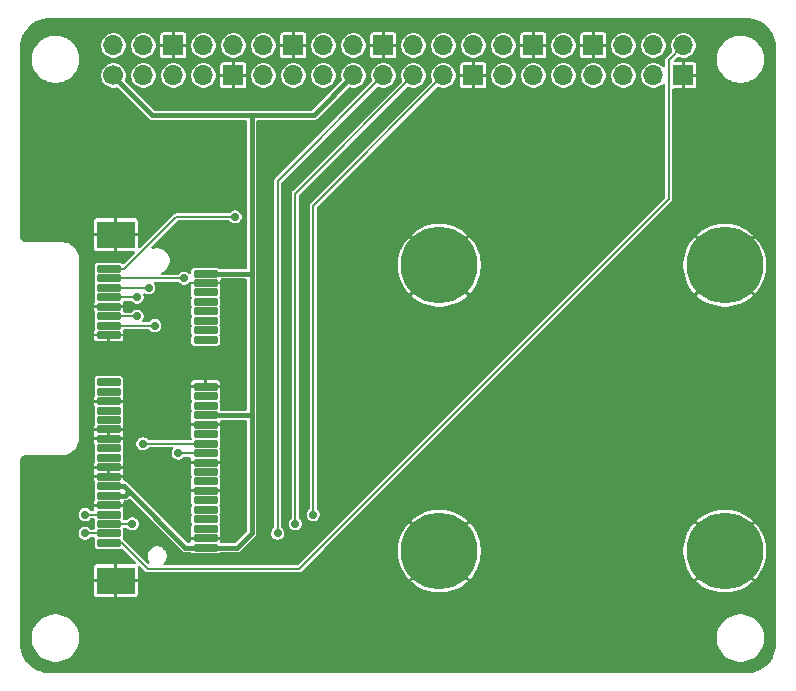
<source format=gbr>
%TF.GenerationSoftware,KiCad,Pcbnew,9.0.3*%
%TF.CreationDate,2025-08-29T17:44:56+02:00*%
%TF.ProjectId,RadioHAT,52616469-6f48-4415-942e-6b696361645f,rev?*%
%TF.SameCoordinates,Original*%
%TF.FileFunction,Copper,L1,Top*%
%TF.FilePolarity,Positive*%
%FSLAX46Y46*%
G04 Gerber Fmt 4.6, Leading zero omitted, Abs format (unit mm)*
G04 Created by KiCad (PCBNEW 9.0.3) date 2025-08-29 17:44:56*
%MOMM*%
%LPD*%
G01*
G04 APERTURE LIST*
G04 Aperture macros list*
%AMRoundRect*
0 Rectangle with rounded corners*
0 $1 Rounding radius*
0 $2 $3 $4 $5 $6 $7 $8 $9 X,Y pos of 4 corners*
0 Add a 4 corners polygon primitive as box body*
4,1,4,$2,$3,$4,$5,$6,$7,$8,$9,$2,$3,0*
0 Add four circle primitives for the rounded corners*
1,1,$1+$1,$2,$3*
1,1,$1+$1,$4,$5*
1,1,$1+$1,$6,$7*
1,1,$1+$1,$8,$9*
0 Add four rect primitives between the rounded corners*
20,1,$1+$1,$2,$3,$4,$5,0*
20,1,$1+$1,$4,$5,$6,$7,0*
20,1,$1+$1,$6,$7,$8,$9,0*
20,1,$1+$1,$8,$9,$2,$3,0*%
G04 Aperture macros list end*
%TA.AperFunction,SMDPad,CuDef*%
%ADD10RoundRect,0.060000X0.940000X0.240000X-0.940000X0.240000X-0.940000X-0.240000X0.940000X-0.240000X0*%
%TD*%
%TA.AperFunction,SMDPad,CuDef*%
%ADD11R,3.200000X2.300000*%
%TD*%
%TA.AperFunction,ComponentPad*%
%ADD12C,6.500000*%
%TD*%
%TA.AperFunction,ComponentPad*%
%ADD13C,1.700000*%
%TD*%
%TA.AperFunction,ComponentPad*%
%ADD14O,1.700000X1.700000*%
%TD*%
%TA.AperFunction,ComponentPad*%
%ADD15R,1.700000X1.700000*%
%TD*%
%TA.AperFunction,ViaPad*%
%ADD16C,0.700000*%
%TD*%
%TA.AperFunction,Conductor*%
%ADD17C,0.200000*%
%TD*%
%TA.AperFunction,Conductor*%
%ADD18C,0.400000*%
%TD*%
G04 APERTURE END LIST*
D10*
%TO.P,J2,1,GPIO0*%
%TO.N,GPIO0*%
X115500000Y-92000000D03*
%TO.P,J2,2,3V3*%
%TO.N,+3.3V*%
X123700000Y-92400000D03*
%TO.P,J2,3,IRQ0*%
%TO.N,IRQ0*%
X115500000Y-92800000D03*
%TO.P,J2,4,GND*%
%TO.N,GND*%
X123700000Y-93200000D03*
%TO.P,J2,5,IRQ1*%
%TO.N,IRQ1*%
X115500000Y-93600000D03*
%TO.P,J2,6*%
%TO.N,N/C*%
X123700000Y-94000000D03*
%TO.P,J2,7,GPIO1*%
%TO.N,GPIO1*%
X115500000Y-94400000D03*
%TO.P,J2,8*%
%TO.N,N/C*%
X123700000Y-94800000D03*
%TO.P,J2,9,GND*%
%TO.N,GND*%
X115500000Y-95200000D03*
%TO.P,J2,10*%
%TO.N,N/C*%
X123700000Y-95600000D03*
%TO.P,J2,11,RST0*%
%TO.N,RST0*%
X115500000Y-96000000D03*
%TO.P,J2,12*%
%TO.N,N/C*%
X123700000Y-96400000D03*
%TO.P,J2,13,RST1*%
%TO.N,RST1*%
X115500000Y-96800000D03*
%TO.P,J2,14*%
%TO.N,N/C*%
X123700000Y-97200000D03*
%TO.P,J2,15,GND*%
%TO.N,GND*%
X115500000Y-97600000D03*
%TO.P,J2,16*%
%TO.N,N/C*%
X123700000Y-98000000D03*
%TO.P,J2,17*%
X115500000Y-101600000D03*
%TO.P,J2,18,GND*%
%TO.N,GND*%
X123700000Y-102000000D03*
%TO.P,J2,19*%
%TO.N,N/C*%
X115500000Y-102400000D03*
%TO.P,J2,20*%
X123700000Y-102800000D03*
%TO.P,J2,21,GND*%
%TO.N,GND*%
X115500000Y-103200000D03*
%TO.P,J2,22*%
%TO.N,N/C*%
X123700000Y-103600000D03*
%TO.P,J2,23*%
X115500000Y-104000000D03*
%TO.P,J2,24,3V3*%
%TO.N,+3.3V*%
X123700000Y-104400000D03*
%TO.P,J2,25*%
%TO.N,N/C*%
X115500000Y-104800000D03*
%TO.P,J2,26,GND*%
%TO.N,GND*%
X123700000Y-105200000D03*
%TO.P,J2,27,GND*%
X115500000Y-105600000D03*
%TO.P,J2,28*%
%TO.N,N/C*%
X123700000Y-106000000D03*
%TO.P,J2,29,GND*%
%TO.N,GND*%
X115500000Y-106400000D03*
%TO.P,J2,30,I2C_SCL*%
%TO.N,SDA*%
X123700000Y-106800000D03*
%TO.P,J2,31,PPS*%
%TO.N,unconnected-(J2-PPS-Pad31)*%
X115500000Y-107200000D03*
%TO.P,J2,32,I2C_SCL*%
%TO.N,SCL*%
X123700000Y-107600000D03*
%TO.P,J2,33*%
%TO.N,N/C*%
X115500000Y-108000000D03*
%TO.P,J2,34,GND*%
%TO.N,GND*%
X123700000Y-108400000D03*
%TO.P,J2,35,GND*%
X115500000Y-108800000D03*
%TO.P,J2,36,USB_D-*%
%TO.N,unconnected-(J2-USB_D--Pad36)*%
X123700000Y-109200000D03*
%TO.P,J2,37,GND*%
%TO.N,GND*%
X115500000Y-109600000D03*
%TO.P,J2,38,USB_D+*%
%TO.N,unconnected-(J2-USB_D+-Pad38)*%
X123700000Y-110000000D03*
%TO.P,J2,39,3V3*%
%TO.N,+3.3V*%
X115500000Y-110400000D03*
%TO.P,J2,40,GND*%
%TO.N,GND*%
X123700000Y-110800000D03*
%TO.P,J2,41,3V3*%
%TO.N,+3.3V*%
X115500000Y-111200000D03*
%TO.P,J2,42,LED0*%
%TO.N,unconnected-(J2-LED0-Pad42)*%
X123700000Y-111600000D03*
%TO.P,J2,43,GND*%
%TO.N,GND*%
X115500000Y-112000000D03*
%TO.P,J2,44,LED1*%
%TO.N,unconnected-(J2-LED1-Pad44)*%
X123700000Y-112400000D03*
%TO.P,J2,45,SPI_SCK*%
%TO.N,SCK*%
X115500000Y-112800000D03*
%TO.P,J2,46,LED2*%
%TO.N,unconnected-(J2-LED2-Pad46)*%
X123700000Y-113200000D03*
%TO.P,J2,47,SPI_MISO*%
%TO.N,MISO*%
X115500000Y-113600000D03*
%TO.P,J2,48*%
%TO.N,N/C*%
X123700000Y-114000000D03*
%TO.P,J2,49,SPI_MOSI*%
%TO.N,MOSI*%
X115500000Y-114400000D03*
%TO.P,J2,50,GND*%
%TO.N,GND*%
X123700000Y-114800000D03*
%TO.P,J2,51,SPI_NSS*%
%TO.N,NSS*%
X115500000Y-115200000D03*
%TO.P,J2,52,3V3*%
%TO.N,+3.3V*%
X123700000Y-115600000D03*
D11*
%TO.P,J2,53,PAD*%
%TO.N,GND*%
X116100000Y-89100000D03*
%TO.P,J2,54,PAD*%
X116100000Y-118400000D03*
D12*
%TO.P,J2,55,MNT_HALF*%
X143500000Y-91700000D03*
%TO.P,J2,56,MNT_HALF*%
X143500000Y-115900000D03*
%TO.P,J2,57,MNT_FULL*%
X167650000Y-91700000D03*
%TO.P,J2,58,MNT_FULL*%
X167650000Y-115900000D03*
%TD*%
D13*
%TO.P,J1,1,3.3V*%
%TO.N,+3.3V*%
X115900000Y-75628000D03*
D14*
%TO.P,J1,2,5V*%
%TO.N,unconnected-(J1-5V-Pad2)*%
X115900000Y-73088000D03*
%TO.P,J1,3,BCM2_SDA*%
%TO.N,SDA*%
X118440000Y-75628000D03*
%TO.P,J1,4,5V*%
%TO.N,unconnected-(J1-5V-Pad4)*%
X118440000Y-73088000D03*
%TO.P,J1,5,BCM3_SCL*%
%TO.N,SCL*%
X120980000Y-75628000D03*
D15*
%TO.P,J1,6,GND*%
%TO.N,GND*%
X120980000Y-73088000D03*
D14*
%TO.P,J1,7,BCM4_GPCLK0*%
%TO.N,unconnected-(J1-BCM4_GPCLK0-Pad7)*%
X123520000Y-75628000D03*
%TO.P,J1,8,BCM14_TXD*%
%TO.N,unconnected-(J1-BCM14_TXD-Pad8)*%
X123520000Y-73088000D03*
D15*
%TO.P,J1,9,GND*%
%TO.N,GND*%
X126060000Y-75628000D03*
D14*
%TO.P,J1,10,BCM15_RXD*%
%TO.N,unconnected-(J1-BCM15_RXD-Pad10)*%
X126060000Y-73088000D03*
%TO.P,J1,11,BCM17*%
%TO.N,unconnected-(J1-BCM17-Pad11)*%
X128600000Y-75628000D03*
%TO.P,J1,12,BCM18_PCM_C*%
%TO.N,RST0*%
X128600000Y-73088000D03*
%TO.P,J1,13,BCM27*%
%TO.N,unconnected-(J1-BCM27-Pad13)*%
X131140000Y-75628000D03*
D15*
%TO.P,J1,14,GND*%
%TO.N,GND*%
X131140000Y-73088000D03*
D14*
%TO.P,J1,15,BCM22*%
%TO.N,unconnected-(J1-BCM22-Pad15)*%
X133680000Y-75628000D03*
%TO.P,J1,16,BCM23*%
%TO.N,GPIO1*%
X133680000Y-73088000D03*
%TO.P,J1,17,3.3V*%
%TO.N,+3.3V*%
X136220000Y-75628000D03*
%TO.P,J1,18,BCM24*%
%TO.N,IRQ1*%
X136220000Y-73088000D03*
%TO.P,J1,19,BCM10_MOSI*%
%TO.N,MOSI*%
X138760000Y-75628000D03*
D15*
%TO.P,J1,20,GND*%
%TO.N,GND*%
X138760000Y-73088000D03*
D14*
%TO.P,J1,21,BCM9_MISO*%
%TO.N,MISO*%
X141300000Y-75628000D03*
%TO.P,J1,22,BCM25*%
%TO.N,RST1*%
X141300000Y-73088000D03*
%TO.P,J1,23,BCM11_SCLK*%
%TO.N,SCK*%
X143840000Y-75628000D03*
%TO.P,J1,24,BCM8_CE0*%
%TO.N,unconnected-(J1-BCM8_CE0-Pad24)*%
X143840000Y-73088000D03*
D15*
%TO.P,J1,25,GND*%
%TO.N,GND*%
X146380000Y-75628000D03*
D14*
%TO.P,J1,26,BCM7_CE1*%
%TO.N,unconnected-(J1-BCM7_CE1-Pad26)*%
X146380000Y-73088000D03*
%TO.P,J1,27,BCM0_ID_SD*%
%TO.N,unconnected-(J1-BCM0_ID_SD-Pad27)*%
X148920000Y-75628000D03*
%TO.P,J1,28,BCM1_ID_SC*%
%TO.N,unconnected-(J1-BCM1_ID_SC-Pad28)*%
X148920000Y-73088000D03*
%TO.P,J1,29,BCM5*%
%TO.N,unconnected-(J1-BCM5-Pad29)*%
X151460000Y-75628000D03*
D15*
%TO.P,J1,30,GND*%
%TO.N,GND*%
X151460000Y-73088000D03*
D14*
%TO.P,J1,31,BCM6*%
%TO.N,unconnected-(J1-BCM6-Pad31)*%
X154000000Y-75628000D03*
%TO.P,J1,32,BCM12_PWM0*%
%TO.N,unconnected-(J1-BCM12_PWM0-Pad32)*%
X154000000Y-73088000D03*
%TO.P,J1,33,BCM13_PWM1*%
%TO.N,unconnected-(J1-BCM13_PWM1-Pad33)*%
X156540000Y-75628000D03*
D15*
%TO.P,J1,34,GND*%
%TO.N,GND*%
X156540000Y-73088000D03*
D14*
%TO.P,J1,35,BCM19_MISO_PCM_FS*%
%TO.N,unconnected-(J1-BCM19_MISO_PCM_FS-Pad35)*%
X159080000Y-75628000D03*
%TO.P,J1,36,BCM16*%
%TO.N,IRQ0*%
X159080000Y-73088000D03*
%TO.P,J1,37,BCM26*%
%TO.N,unconnected-(J1-BCM26-Pad37)*%
X161620000Y-75628000D03*
%TO.P,J1,38,BCM20_MOSI_PCM_DI*%
%TO.N,GPIO0*%
X161620000Y-73088000D03*
D15*
%TO.P,J1,39,GND*%
%TO.N,GND*%
X164160000Y-75628000D03*
D14*
%TO.P,J1,40,BCM21_SCLK_PCM_DO*%
%TO.N,NSS*%
X164160000Y-73088000D03*
%TD*%
D16*
%TO.N,GPIO1*%
X117900000Y-94400000D03*
%TO.N,SDA*%
X118400000Y-106800000D03*
%TO.N,IRQ0*%
X121900000Y-92800000D03*
%TO.N,RST1*%
X119400000Y-96800000D03*
%TO.N,MISO*%
X131300000Y-113600000D03*
X117500000Y-113600000D03*
%TO.N,RST0*%
X117900000Y-96000000D03*
%TO.N,MOSI*%
X113500000Y-114400000D03*
X129800000Y-114400000D03*
%TO.N,SCK*%
X132800000Y-112800000D03*
X113500000Y-112800000D03*
%TO.N,SCL*%
X121400000Y-107600000D03*
%TO.N,GPIO0*%
X126200000Y-87600000D03*
%TO.N,IRQ1*%
X118900000Y-93600000D03*
%TD*%
D17*
%TO.N,GPIO1*%
X117900000Y-94400000D02*
X115500000Y-94400000D01*
%TO.N,SDA*%
X118400000Y-106800000D02*
X123700000Y-106800000D01*
%TO.N,IRQ0*%
X115500000Y-92800000D02*
X121900000Y-92800000D01*
D18*
%TO.N,+3.3V*%
X123700000Y-92400000D02*
X127600000Y-92400000D01*
X132848000Y-79000000D02*
X136220000Y-75628000D01*
X126400000Y-115600000D02*
X126500000Y-115500000D01*
X127600000Y-79000000D02*
X119200000Y-79000000D01*
X115900000Y-75700000D02*
X115900000Y-75628000D01*
X123700000Y-115600000D02*
X126400000Y-115600000D01*
X123700000Y-104400000D02*
X127600000Y-104400000D01*
X117250000Y-110850000D02*
X116900000Y-111200000D01*
X127600000Y-79000000D02*
X132848000Y-79000000D01*
X127600000Y-114400000D02*
X127600000Y-104400000D01*
X122000000Y-115600000D02*
X117250000Y-110850000D01*
X119200000Y-79000000D02*
X115900000Y-75700000D01*
X116800000Y-110400000D02*
X115500000Y-110400000D01*
X123700000Y-115600000D02*
X122000000Y-115600000D01*
X126500000Y-115500000D02*
X127600000Y-114400000D01*
X116900000Y-111200000D02*
X115500000Y-111200000D01*
X127600000Y-92400000D02*
X127600000Y-79000000D01*
X117250000Y-110850000D02*
X116800000Y-110400000D01*
X127600000Y-104400000D02*
X127600000Y-92400000D01*
D17*
%TO.N,RST1*%
X119400000Y-96800000D02*
X115500000Y-96800000D01*
%TO.N,NSS*%
X162900000Y-74348000D02*
X162900000Y-86100000D01*
X131600000Y-117400000D02*
X118812897Y-117400000D01*
X162900000Y-86100000D02*
X131600000Y-117400000D01*
X164160000Y-73088000D02*
X162900000Y-74348000D01*
X118812897Y-117400000D02*
X116612897Y-115200000D01*
X116612897Y-115200000D02*
X115500000Y-115200000D01*
%TO.N,MISO*%
X131300000Y-113600000D02*
X131300000Y-85628000D01*
X131300000Y-85628000D02*
X141300000Y-75628000D01*
X117500000Y-113600000D02*
X115500000Y-113600000D01*
%TO.N,RST0*%
X117900000Y-96000000D02*
X115500000Y-96000000D01*
%TO.N,MOSI*%
X113500000Y-114400000D02*
X115500000Y-114400000D01*
X129800000Y-114400000D02*
X129800000Y-84588000D01*
X129800000Y-84588000D02*
X138760000Y-75628000D01*
%TO.N,SCK*%
X132800000Y-112800000D02*
X132800000Y-86668000D01*
X113500000Y-112800000D02*
X115500000Y-112800000D01*
X132800000Y-86668000D02*
X143840000Y-75628000D01*
%TO.N,SCL*%
X121400000Y-107600000D02*
X123700000Y-107600000D01*
%TO.N,GPIO0*%
X126200000Y-87600000D02*
X121212859Y-87600000D01*
X116812859Y-92000000D02*
X115500000Y-92000000D01*
X121212859Y-87600000D02*
X116812859Y-92000000D01*
%TO.N,IRQ1*%
X118900000Y-93600000D02*
X115500000Y-93600000D01*
%TD*%
%TA.AperFunction,Conductor*%
%TO.N,GND*%
G36*
X169503736Y-70750726D02*
G01*
X169793796Y-70768271D01*
X169808659Y-70770076D01*
X170090798Y-70821780D01*
X170105335Y-70825363D01*
X170379172Y-70910695D01*
X170393163Y-70916000D01*
X170654743Y-71033727D01*
X170667989Y-71040680D01*
X170913465Y-71189075D01*
X170925776Y-71197573D01*
X171151573Y-71374473D01*
X171162781Y-71384403D01*
X171365596Y-71587218D01*
X171375526Y-71598426D01*
X171495481Y-71751538D01*
X171552422Y-71824217D01*
X171560928Y-71836540D01*
X171709316Y-72082004D01*
X171716275Y-72095263D01*
X171833997Y-72356831D01*
X171839306Y-72370832D01*
X171924635Y-72644663D01*
X171928219Y-72659201D01*
X171979923Y-72941340D01*
X171981728Y-72956205D01*
X171999274Y-73246263D01*
X171999500Y-73253750D01*
X171999500Y-123746249D01*
X171999274Y-123753736D01*
X171981728Y-124043794D01*
X171979923Y-124058659D01*
X171928219Y-124340798D01*
X171924635Y-124355336D01*
X171839306Y-124629167D01*
X171833997Y-124643168D01*
X171716275Y-124904736D01*
X171709316Y-124917995D01*
X171560928Y-125163459D01*
X171552422Y-125175782D01*
X171375526Y-125401573D01*
X171365596Y-125412781D01*
X171162781Y-125615596D01*
X171151573Y-125625526D01*
X170925782Y-125802422D01*
X170913459Y-125810928D01*
X170667995Y-125959316D01*
X170654736Y-125966275D01*
X170393168Y-126083997D01*
X170379167Y-126089306D01*
X170105336Y-126174635D01*
X170090798Y-126178219D01*
X169808659Y-126229923D01*
X169793794Y-126231728D01*
X169503736Y-126249274D01*
X169496249Y-126249500D01*
X110503751Y-126249500D01*
X110496264Y-126249274D01*
X110206205Y-126231728D01*
X110191340Y-126229923D01*
X109909201Y-126178219D01*
X109894663Y-126174635D01*
X109620832Y-126089306D01*
X109606831Y-126083997D01*
X109345263Y-125966275D01*
X109332004Y-125959316D01*
X109086540Y-125810928D01*
X109074217Y-125802422D01*
X108848426Y-125625526D01*
X108837218Y-125615596D01*
X108634403Y-125412781D01*
X108624473Y-125401573D01*
X108506115Y-125250500D01*
X108447573Y-125175776D01*
X108439075Y-125163465D01*
X108290680Y-124917989D01*
X108283727Y-124904743D01*
X108166000Y-124643163D01*
X108160693Y-124629167D01*
X108142832Y-124571850D01*
X108075363Y-124355335D01*
X108071780Y-124340798D01*
X108020076Y-124058659D01*
X108018271Y-124043794D01*
X108000726Y-123753736D01*
X108000500Y-123746249D01*
X108000500Y-123118872D01*
X108999499Y-123118872D01*
X108999499Y-123381127D01*
X109020435Y-123540140D01*
X109033729Y-123641116D01*
X109101601Y-123894420D01*
X109101604Y-123894427D01*
X109201954Y-124136693D01*
X109201959Y-124136704D01*
X109333071Y-124363795D01*
X109333082Y-124363811D01*
X109492715Y-124571850D01*
X109492721Y-124571857D01*
X109678142Y-124757278D01*
X109678148Y-124757283D01*
X109886197Y-124916924D01*
X109886204Y-124916928D01*
X110113295Y-125048040D01*
X110113300Y-125048042D01*
X110113303Y-125048044D01*
X110355580Y-125148399D01*
X110608884Y-125216271D01*
X110868880Y-125250501D01*
X110868887Y-125250501D01*
X111131113Y-125250501D01*
X111131120Y-125250501D01*
X111391116Y-125216271D01*
X111644420Y-125148399D01*
X111886697Y-125048044D01*
X112113803Y-124916924D01*
X112321852Y-124757283D01*
X112507283Y-124571852D01*
X112666924Y-124363803D01*
X112798044Y-124136697D01*
X112898399Y-123894420D01*
X112966271Y-123641116D01*
X113000501Y-123381120D01*
X113000501Y-123118880D01*
X113000500Y-123118872D01*
X166999499Y-123118872D01*
X166999499Y-123381127D01*
X167020435Y-123540140D01*
X167033729Y-123641116D01*
X167101601Y-123894420D01*
X167101604Y-123894427D01*
X167201954Y-124136693D01*
X167201959Y-124136704D01*
X167333071Y-124363795D01*
X167333082Y-124363811D01*
X167492715Y-124571850D01*
X167492721Y-124571857D01*
X167678142Y-124757278D01*
X167678148Y-124757283D01*
X167886197Y-124916924D01*
X167886204Y-124916928D01*
X168113295Y-125048040D01*
X168113300Y-125048042D01*
X168113303Y-125048044D01*
X168355580Y-125148399D01*
X168608884Y-125216271D01*
X168868880Y-125250501D01*
X168868887Y-125250501D01*
X169131113Y-125250501D01*
X169131120Y-125250501D01*
X169391116Y-125216271D01*
X169644420Y-125148399D01*
X169886697Y-125048044D01*
X170113803Y-124916924D01*
X170321852Y-124757283D01*
X170507283Y-124571852D01*
X170666924Y-124363803D01*
X170798044Y-124136697D01*
X170898399Y-123894420D01*
X170966271Y-123641116D01*
X171000501Y-123381120D01*
X171000501Y-123118880D01*
X170966271Y-122858884D01*
X170898399Y-122605580D01*
X170798044Y-122363303D01*
X170798042Y-122363300D01*
X170798040Y-122363295D01*
X170666928Y-122136204D01*
X170666924Y-122136197D01*
X170507283Y-121928148D01*
X170507278Y-121928142D01*
X170321857Y-121742721D01*
X170321850Y-121742715D01*
X170113811Y-121583082D01*
X170113809Y-121583080D01*
X170113803Y-121583076D01*
X170113798Y-121583073D01*
X170113795Y-121583071D01*
X169886704Y-121451959D01*
X169886693Y-121451954D01*
X169644427Y-121351604D01*
X169644428Y-121351604D01*
X169644420Y-121351601D01*
X169391116Y-121283729D01*
X169347662Y-121278008D01*
X169131127Y-121249499D01*
X169131120Y-121249499D01*
X168868880Y-121249499D01*
X168868872Y-121249499D01*
X168621402Y-121282080D01*
X168608884Y-121283729D01*
X168524449Y-121306353D01*
X168355586Y-121351599D01*
X168355572Y-121351604D01*
X168113306Y-121451954D01*
X168113295Y-121451959D01*
X167886204Y-121583071D01*
X167886188Y-121583082D01*
X167678149Y-121742715D01*
X167678142Y-121742721D01*
X167492721Y-121928142D01*
X167492715Y-121928149D01*
X167333082Y-122136188D01*
X167333071Y-122136204D01*
X167201959Y-122363295D01*
X167201954Y-122363306D01*
X167101604Y-122605572D01*
X167101599Y-122605586D01*
X167033730Y-122858881D01*
X167033728Y-122858892D01*
X166999499Y-123118872D01*
X113000500Y-123118872D01*
X112966271Y-122858884D01*
X112898399Y-122605580D01*
X112798044Y-122363303D01*
X112798042Y-122363300D01*
X112798040Y-122363295D01*
X112666928Y-122136204D01*
X112666924Y-122136197D01*
X112507283Y-121928148D01*
X112507278Y-121928142D01*
X112321857Y-121742721D01*
X112321850Y-121742715D01*
X112113811Y-121583082D01*
X112113809Y-121583080D01*
X112113803Y-121583076D01*
X112113798Y-121583073D01*
X112113795Y-121583071D01*
X111886704Y-121451959D01*
X111886693Y-121451954D01*
X111644427Y-121351604D01*
X111644428Y-121351604D01*
X111644420Y-121351601D01*
X111391116Y-121283729D01*
X111347662Y-121278008D01*
X111131127Y-121249499D01*
X111131120Y-121249499D01*
X110868880Y-121249499D01*
X110868872Y-121249499D01*
X110621402Y-121282080D01*
X110608884Y-121283729D01*
X110524449Y-121306353D01*
X110355586Y-121351599D01*
X110355572Y-121351604D01*
X110113306Y-121451954D01*
X110113295Y-121451959D01*
X109886204Y-121583071D01*
X109886188Y-121583082D01*
X109678149Y-121742715D01*
X109678142Y-121742721D01*
X109492721Y-121928142D01*
X109492715Y-121928149D01*
X109333082Y-122136188D01*
X109333071Y-122136204D01*
X109201959Y-122363295D01*
X109201954Y-122363306D01*
X109101604Y-122605572D01*
X109101599Y-122605586D01*
X109033730Y-122858881D01*
X109033728Y-122858892D01*
X108999499Y-123118872D01*
X108000500Y-123118872D01*
X108000500Y-119574628D01*
X114250000Y-119574628D01*
X114264503Y-119647540D01*
X114264505Y-119647544D01*
X114319760Y-119730239D01*
X114402455Y-119785494D01*
X114402459Y-119785496D01*
X114475371Y-119799999D01*
X114475374Y-119800000D01*
X115975000Y-119800000D01*
X116225000Y-119800000D01*
X117724626Y-119800000D01*
X117724628Y-119799999D01*
X117797540Y-119785496D01*
X117797544Y-119785494D01*
X117880239Y-119730239D01*
X117935494Y-119647544D01*
X117935496Y-119647540D01*
X117949999Y-119574628D01*
X117950000Y-119574626D01*
X117950000Y-118525000D01*
X116225000Y-118525000D01*
X116225000Y-119800000D01*
X115975000Y-119800000D01*
X115975000Y-118525000D01*
X114250000Y-118525000D01*
X114250000Y-119574628D01*
X108000500Y-119574628D01*
X108000500Y-117225371D01*
X114250000Y-117225371D01*
X114250000Y-118275000D01*
X115975000Y-118275000D01*
X115975000Y-117000000D01*
X114475373Y-117000000D01*
X114402459Y-117014503D01*
X114402455Y-117014505D01*
X114319760Y-117069760D01*
X114264505Y-117152455D01*
X114264503Y-117152459D01*
X114250000Y-117225371D01*
X108000500Y-117225371D01*
X108000500Y-112727525D01*
X112949500Y-112727525D01*
X112949500Y-112872475D01*
X112987016Y-113012485D01*
X112987017Y-113012488D01*
X113059488Y-113138011D01*
X113059490Y-113138013D01*
X113059491Y-113138015D01*
X113161985Y-113240509D01*
X113161986Y-113240510D01*
X113161988Y-113240511D01*
X113287511Y-113312982D01*
X113287512Y-113312982D01*
X113287515Y-113312984D01*
X113427525Y-113350500D01*
X113427528Y-113350500D01*
X113572472Y-113350500D01*
X113572475Y-113350500D01*
X113712485Y-113312984D01*
X113838015Y-113240509D01*
X113940509Y-113138015D01*
X113940509Y-113138014D01*
X113941705Y-113136819D01*
X113968632Y-113122115D01*
X113994451Y-113105523D01*
X114000651Y-113104631D01*
X114003028Y-113103334D01*
X114029386Y-113100500D01*
X114194920Y-113100500D01*
X114261959Y-113120185D01*
X114307714Y-113172989D01*
X114317658Y-113242147D01*
X114316537Y-113248691D01*
X114299500Y-113334341D01*
X114299500Y-113865658D01*
X114316537Y-113951309D01*
X114314659Y-113972292D01*
X114317658Y-113993147D01*
X114311608Y-114006394D01*
X114310310Y-114020901D01*
X114297384Y-114037539D01*
X114288633Y-114056703D01*
X114276381Y-114064576D01*
X114267447Y-114076078D01*
X114247578Y-114083087D01*
X114229855Y-114094477D01*
X114205271Y-114098011D01*
X114201557Y-114099322D01*
X114194920Y-114099500D01*
X114029386Y-114099500D01*
X113962347Y-114079815D01*
X113941705Y-114063181D01*
X113838017Y-113959493D01*
X113838011Y-113959488D01*
X113712488Y-113887017D01*
X113712489Y-113887017D01*
X113701006Y-113883940D01*
X113572475Y-113849500D01*
X113427525Y-113849500D01*
X113298993Y-113883940D01*
X113287511Y-113887017D01*
X113161988Y-113959488D01*
X113161982Y-113959493D01*
X113059493Y-114061982D01*
X113059488Y-114061988D01*
X112987017Y-114187511D01*
X112987016Y-114187515D01*
X112949500Y-114327525D01*
X112949500Y-114472475D01*
X112971503Y-114554589D01*
X112987017Y-114612488D01*
X113059488Y-114738011D01*
X113059490Y-114738013D01*
X113059491Y-114738015D01*
X113161985Y-114840509D01*
X113161986Y-114840510D01*
X113161988Y-114840511D01*
X113287511Y-114912982D01*
X113287512Y-114912982D01*
X113287515Y-114912984D01*
X113427525Y-114950500D01*
X113427528Y-114950500D01*
X113572472Y-114950500D01*
X113572475Y-114950500D01*
X113712485Y-114912984D01*
X113838015Y-114840509D01*
X113940509Y-114738015D01*
X113940509Y-114738014D01*
X113941705Y-114736819D01*
X113968632Y-114722115D01*
X113994451Y-114705523D01*
X114000651Y-114704631D01*
X114003028Y-114703334D01*
X114029386Y-114700500D01*
X114194920Y-114700500D01*
X114261959Y-114720185D01*
X114307714Y-114772989D01*
X114317658Y-114842147D01*
X114316537Y-114848691D01*
X114299500Y-114934341D01*
X114299500Y-115465658D01*
X114314614Y-115541641D01*
X114314614Y-115541642D01*
X114347329Y-115590602D01*
X114372190Y-115627810D01*
X114423843Y-115662323D01*
X114458357Y-115685385D01*
X114534341Y-115700499D01*
X114534344Y-115700500D01*
X114534346Y-115700500D01*
X116465656Y-115700500D01*
X116465657Y-115700499D01*
X116491211Y-115695416D01*
X116541639Y-115685386D01*
X116541640Y-115685385D01*
X116541642Y-115685385D01*
X116541642Y-115685384D01*
X116552923Y-115680712D01*
X116554081Y-115683509D01*
X116602611Y-115668304D01*
X116669995Y-115686776D01*
X116692529Y-115704603D01*
X117776245Y-116788319D01*
X117809730Y-116849642D01*
X117804746Y-116919334D01*
X117762874Y-116975267D01*
X117697410Y-116999684D01*
X117688564Y-117000000D01*
X116225000Y-117000000D01*
X116225000Y-118275000D01*
X117950000Y-118275000D01*
X117950000Y-117261436D01*
X117969685Y-117194397D01*
X118022489Y-117148642D01*
X118091647Y-117138698D01*
X118155203Y-117167723D01*
X118161681Y-117173755D01*
X118572437Y-117584511D01*
X118628386Y-117640460D01*
X118628388Y-117640461D01*
X118628392Y-117640464D01*
X118696901Y-117680017D01*
X118696908Y-117680021D01*
X118773335Y-117700500D01*
X118773337Y-117700500D01*
X131639560Y-117700500D01*
X131639562Y-117700500D01*
X131715989Y-117680021D01*
X131784511Y-117640460D01*
X131840460Y-117584511D01*
X133696912Y-115728059D01*
X140000000Y-115728059D01*
X140000000Y-116071940D01*
X140033705Y-116414165D01*
X140033708Y-116414182D01*
X140100791Y-116751437D01*
X140100792Y-116751443D01*
X140200623Y-117080540D01*
X140332219Y-117398241D01*
X140332226Y-117398255D01*
X140494322Y-117701518D01*
X140494333Y-117701536D01*
X140685377Y-117987453D01*
X140685387Y-117987467D01*
X140903543Y-118253290D01*
X140936738Y-118286484D01*
X141891331Y-117331890D01*
X142068107Y-117508666D01*
X141113514Y-118463260D01*
X141146709Y-118496456D01*
X141412532Y-118714612D01*
X141412546Y-118714622D01*
X141698463Y-118905666D01*
X141698481Y-118905677D01*
X142001744Y-119067773D01*
X142001758Y-119067780D01*
X142319459Y-119199376D01*
X142648556Y-119299207D01*
X142648562Y-119299208D01*
X142985817Y-119366291D01*
X142985834Y-119366294D01*
X143328059Y-119400000D01*
X143671941Y-119400000D01*
X144014165Y-119366294D01*
X144014182Y-119366291D01*
X144351437Y-119299208D01*
X144351443Y-119299207D01*
X144680540Y-119199376D01*
X144998241Y-119067780D01*
X144998255Y-119067773D01*
X145301518Y-118905677D01*
X145301536Y-118905666D01*
X145587453Y-118714622D01*
X145587467Y-118714612D01*
X145853295Y-118496452D01*
X145886485Y-118463261D01*
X145886485Y-118463260D01*
X144931891Y-117508667D01*
X145108667Y-117331891D01*
X146063260Y-118286485D01*
X146063262Y-118286485D01*
X146096452Y-118253295D01*
X146314612Y-117987467D01*
X146314622Y-117987453D01*
X146505666Y-117701536D01*
X146505677Y-117701518D01*
X146667773Y-117398255D01*
X146667780Y-117398241D01*
X146799376Y-117080540D01*
X146899207Y-116751443D01*
X146899208Y-116751437D01*
X146966291Y-116414182D01*
X146966294Y-116414165D01*
X147000000Y-116071940D01*
X147000000Y-115728059D01*
X164150000Y-115728059D01*
X164150000Y-116071940D01*
X164183705Y-116414165D01*
X164183708Y-116414182D01*
X164250791Y-116751437D01*
X164250792Y-116751443D01*
X164350623Y-117080540D01*
X164482219Y-117398241D01*
X164482226Y-117398255D01*
X164644322Y-117701518D01*
X164644333Y-117701536D01*
X164835377Y-117987453D01*
X164835387Y-117987467D01*
X165053543Y-118253290D01*
X165086738Y-118286484D01*
X166041331Y-117331890D01*
X166218107Y-117508666D01*
X165263514Y-118463260D01*
X165296709Y-118496456D01*
X165562532Y-118714612D01*
X165562546Y-118714622D01*
X165848463Y-118905666D01*
X165848481Y-118905677D01*
X166151744Y-119067773D01*
X166151758Y-119067780D01*
X166469459Y-119199376D01*
X166798556Y-119299207D01*
X166798562Y-119299208D01*
X167135817Y-119366291D01*
X167135834Y-119366294D01*
X167478059Y-119400000D01*
X167821941Y-119400000D01*
X168164165Y-119366294D01*
X168164182Y-119366291D01*
X168501437Y-119299208D01*
X168501443Y-119299207D01*
X168830540Y-119199376D01*
X169148241Y-119067780D01*
X169148255Y-119067773D01*
X169451518Y-118905677D01*
X169451536Y-118905666D01*
X169737453Y-118714622D01*
X169737467Y-118714612D01*
X170003295Y-118496452D01*
X170036485Y-118463261D01*
X170036485Y-118463260D01*
X169081891Y-117508667D01*
X169258667Y-117331892D01*
X170213260Y-118286485D01*
X170213262Y-118286485D01*
X170246452Y-118253295D01*
X170464612Y-117987467D01*
X170464622Y-117987453D01*
X170655666Y-117701536D01*
X170655677Y-117701518D01*
X170817773Y-117398255D01*
X170817780Y-117398241D01*
X170949376Y-117080540D01*
X171049207Y-116751443D01*
X171049208Y-116751437D01*
X171116291Y-116414182D01*
X171116294Y-116414165D01*
X171150000Y-116071940D01*
X171150000Y-115728059D01*
X171116294Y-115385834D01*
X171116291Y-115385817D01*
X171049208Y-115048562D01*
X171049207Y-115048556D01*
X170949376Y-114719459D01*
X170817780Y-114401758D01*
X170817773Y-114401744D01*
X170655677Y-114098481D01*
X170655666Y-114098463D01*
X170464622Y-113812546D01*
X170464612Y-113812532D01*
X170246456Y-113546709D01*
X170213261Y-113513514D01*
X170213260Y-113513514D01*
X169258666Y-114468107D01*
X169081890Y-114291331D01*
X170036485Y-113336738D01*
X170003290Y-113303543D01*
X169737467Y-113085387D01*
X169737453Y-113085377D01*
X169451536Y-112894333D01*
X169451518Y-112894322D01*
X169148255Y-112732226D01*
X169148241Y-112732219D01*
X168830540Y-112600623D01*
X168501443Y-112500792D01*
X168501437Y-112500791D01*
X168164182Y-112433708D01*
X168164165Y-112433705D01*
X167821941Y-112400000D01*
X167478059Y-112400000D01*
X167135834Y-112433705D01*
X167135817Y-112433708D01*
X166798562Y-112500791D01*
X166798556Y-112500792D01*
X166469459Y-112600623D01*
X166151758Y-112732219D01*
X166151744Y-112732226D01*
X165848481Y-112894322D01*
X165848463Y-112894333D01*
X165562546Y-113085377D01*
X165562532Y-113085387D01*
X165296703Y-113303548D01*
X165263514Y-113336737D01*
X166218108Y-114291332D01*
X166041332Y-114468108D01*
X165086738Y-113513514D01*
X165086737Y-113513514D01*
X165053548Y-113546703D01*
X164835387Y-113812532D01*
X164835377Y-113812546D01*
X164644333Y-114098463D01*
X164644322Y-114098481D01*
X164482226Y-114401744D01*
X164482219Y-114401758D01*
X164350623Y-114719459D01*
X164250792Y-115048556D01*
X164250791Y-115048562D01*
X164183708Y-115385817D01*
X164183705Y-115385834D01*
X164150000Y-115728059D01*
X147000000Y-115728059D01*
X146966294Y-115385834D01*
X146966291Y-115385817D01*
X146899208Y-115048562D01*
X146899207Y-115048556D01*
X146799376Y-114719459D01*
X146667780Y-114401758D01*
X146667773Y-114401744D01*
X146505677Y-114098481D01*
X146505666Y-114098463D01*
X146314622Y-113812546D01*
X146314612Y-113812532D01*
X146096456Y-113546709D01*
X146063261Y-113513514D01*
X146063260Y-113513514D01*
X145108666Y-114468107D01*
X144931890Y-114291331D01*
X145886485Y-113336738D01*
X145853290Y-113303543D01*
X145587467Y-113085387D01*
X145587453Y-113085377D01*
X145301536Y-112894333D01*
X145301518Y-112894322D01*
X144998255Y-112732226D01*
X144998241Y-112732219D01*
X144680540Y-112600623D01*
X144351443Y-112500792D01*
X144351437Y-112500791D01*
X144014182Y-112433708D01*
X144014165Y-112433705D01*
X143671941Y-112400000D01*
X143328059Y-112400000D01*
X142985834Y-112433705D01*
X142985817Y-112433708D01*
X142648562Y-112500791D01*
X142648556Y-112500792D01*
X142319459Y-112600623D01*
X142001758Y-112732219D01*
X142001744Y-112732226D01*
X141698481Y-112894322D01*
X141698463Y-112894333D01*
X141412546Y-113085377D01*
X141412532Y-113085387D01*
X141146703Y-113303548D01*
X141113514Y-113336737D01*
X142068108Y-114291332D01*
X141891332Y-114468108D01*
X140936738Y-113513514D01*
X140936737Y-113513514D01*
X140903548Y-113546703D01*
X140685387Y-113812532D01*
X140685377Y-113812546D01*
X140494333Y-114098463D01*
X140494322Y-114098481D01*
X140332226Y-114401744D01*
X140332219Y-114401758D01*
X140200623Y-114719459D01*
X140100792Y-115048556D01*
X140100791Y-115048562D01*
X140033708Y-115385817D01*
X140033705Y-115385834D01*
X140000000Y-115728059D01*
X133696912Y-115728059D01*
X157896912Y-91528059D01*
X164150000Y-91528059D01*
X164150000Y-91871940D01*
X164183705Y-92214165D01*
X164183708Y-92214182D01*
X164250791Y-92551437D01*
X164250792Y-92551443D01*
X164350623Y-92880540D01*
X164482219Y-93198241D01*
X164482226Y-93198255D01*
X164644322Y-93501518D01*
X164644333Y-93501536D01*
X164835377Y-93787453D01*
X164835387Y-93787467D01*
X165053543Y-94053290D01*
X165086738Y-94086484D01*
X166041331Y-93131890D01*
X166218107Y-93308666D01*
X165263514Y-94263260D01*
X165296709Y-94296456D01*
X165562532Y-94514612D01*
X165562546Y-94514622D01*
X165848463Y-94705666D01*
X165848481Y-94705677D01*
X166151744Y-94867773D01*
X166151758Y-94867780D01*
X166469459Y-94999376D01*
X166798556Y-95099207D01*
X166798562Y-95099208D01*
X167135817Y-95166291D01*
X167135834Y-95166294D01*
X167478059Y-95200000D01*
X167821941Y-95200000D01*
X168164165Y-95166294D01*
X168164182Y-95166291D01*
X168501437Y-95099208D01*
X168501443Y-95099207D01*
X168830540Y-94999376D01*
X169148241Y-94867780D01*
X169148255Y-94867773D01*
X169451518Y-94705677D01*
X169451536Y-94705666D01*
X169737453Y-94514622D01*
X169737467Y-94514612D01*
X170003295Y-94296452D01*
X170036485Y-94263261D01*
X170036485Y-94263260D01*
X169081891Y-93308667D01*
X169258667Y-93131892D01*
X170213260Y-94086485D01*
X170213262Y-94086485D01*
X170246452Y-94053295D01*
X170464612Y-93787467D01*
X170464622Y-93787453D01*
X170655666Y-93501536D01*
X170655677Y-93501518D01*
X170817773Y-93198255D01*
X170817780Y-93198241D01*
X170949376Y-92880540D01*
X171049207Y-92551443D01*
X171049208Y-92551437D01*
X171116291Y-92214182D01*
X171116294Y-92214165D01*
X171150000Y-91871940D01*
X171150000Y-91528059D01*
X171116294Y-91185834D01*
X171116291Y-91185817D01*
X171049208Y-90848562D01*
X171049207Y-90848556D01*
X170949376Y-90519459D01*
X170817780Y-90201758D01*
X170817773Y-90201744D01*
X170655677Y-89898481D01*
X170655666Y-89898463D01*
X170464622Y-89612546D01*
X170464612Y-89612532D01*
X170246456Y-89346709D01*
X170213261Y-89313514D01*
X170213260Y-89313514D01*
X169258666Y-90268107D01*
X169081890Y-90091331D01*
X170036485Y-89136738D01*
X170003290Y-89103543D01*
X169737467Y-88885387D01*
X169737453Y-88885377D01*
X169451536Y-88694333D01*
X169451518Y-88694322D01*
X169148255Y-88532226D01*
X169148241Y-88532219D01*
X168830540Y-88400623D01*
X168501443Y-88300792D01*
X168501437Y-88300791D01*
X168164182Y-88233708D01*
X168164165Y-88233705D01*
X167821941Y-88200000D01*
X167478059Y-88200000D01*
X167135834Y-88233705D01*
X167135817Y-88233708D01*
X166798562Y-88300791D01*
X166798556Y-88300792D01*
X166469459Y-88400623D01*
X166151758Y-88532219D01*
X166151744Y-88532226D01*
X165848481Y-88694322D01*
X165848463Y-88694333D01*
X165562546Y-88885377D01*
X165562532Y-88885387D01*
X165296703Y-89103548D01*
X165263514Y-89136737D01*
X166218108Y-90091332D01*
X166041332Y-90268108D01*
X165086738Y-89313514D01*
X165086737Y-89313514D01*
X165053548Y-89346703D01*
X164835387Y-89612532D01*
X164835377Y-89612546D01*
X164644333Y-89898463D01*
X164644322Y-89898481D01*
X164482226Y-90201744D01*
X164482219Y-90201758D01*
X164350623Y-90519459D01*
X164250792Y-90848556D01*
X164250791Y-90848562D01*
X164183708Y-91185817D01*
X164183705Y-91185834D01*
X164150000Y-91528059D01*
X157896912Y-91528059D01*
X163140460Y-86284511D01*
X163180022Y-86215988D01*
X163200500Y-86139562D01*
X163200500Y-86060438D01*
X163200500Y-76852000D01*
X163220185Y-76784961D01*
X163272989Y-76739206D01*
X163324500Y-76728000D01*
X164035000Y-76728000D01*
X164035000Y-76112144D01*
X164094174Y-76128000D01*
X164225826Y-76128000D01*
X164285000Y-76112144D01*
X164285000Y-76728000D01*
X165034626Y-76728000D01*
X165034628Y-76727999D01*
X165107540Y-76713496D01*
X165107544Y-76713494D01*
X165190239Y-76658239D01*
X165245494Y-76575544D01*
X165245496Y-76575540D01*
X165259999Y-76502628D01*
X165260000Y-76502626D01*
X165260000Y-75753000D01*
X164644144Y-75753000D01*
X164660000Y-75693826D01*
X164660000Y-75562174D01*
X164644144Y-75503000D01*
X165260000Y-75503000D01*
X165260000Y-74753373D01*
X165259999Y-74753371D01*
X165245496Y-74680459D01*
X165245494Y-74680455D01*
X165190239Y-74597760D01*
X165107544Y-74542505D01*
X165107540Y-74542503D01*
X165034627Y-74528000D01*
X164285000Y-74528000D01*
X164285000Y-75143855D01*
X164225826Y-75128000D01*
X164094174Y-75128000D01*
X164035000Y-75143855D01*
X164035000Y-74528000D01*
X163444333Y-74528000D01*
X163377294Y-74508315D01*
X163331539Y-74455511D01*
X163321595Y-74386353D01*
X163350620Y-74322797D01*
X163356642Y-74316328D01*
X163597897Y-74075072D01*
X163659216Y-74041590D01*
X163728908Y-74046574D01*
X163733007Y-74048186D01*
X163853580Y-74098130D01*
X164056530Y-74138499D01*
X164056534Y-74138500D01*
X164056535Y-74138500D01*
X164263466Y-74138500D01*
X164263467Y-74138499D01*
X164362141Y-74118872D01*
X166999499Y-74118872D01*
X166999499Y-74381127D01*
X167028008Y-74597662D01*
X167033729Y-74641116D01*
X167101601Y-74894420D01*
X167101604Y-74894427D01*
X167201954Y-75136693D01*
X167201959Y-75136704D01*
X167333071Y-75363795D01*
X167333082Y-75363811D01*
X167492715Y-75571850D01*
X167492721Y-75571857D01*
X167678142Y-75757278D01*
X167678148Y-75757283D01*
X167886197Y-75916924D01*
X167886204Y-75916928D01*
X168113295Y-76048040D01*
X168113300Y-76048042D01*
X168113303Y-76048044D01*
X168355580Y-76148399D01*
X168608884Y-76216271D01*
X168868880Y-76250501D01*
X168868887Y-76250501D01*
X169131113Y-76250501D01*
X169131120Y-76250501D01*
X169391116Y-76216271D01*
X169644420Y-76148399D01*
X169886697Y-76048044D01*
X170113803Y-75916924D01*
X170321852Y-75757283D01*
X170507283Y-75571852D01*
X170666924Y-75363803D01*
X170798044Y-75136697D01*
X170898399Y-74894420D01*
X170966271Y-74641116D01*
X171000501Y-74381120D01*
X171000501Y-74118880D01*
X170966271Y-73858884D01*
X170898399Y-73605580D01*
X170798044Y-73363303D01*
X170798042Y-73363300D01*
X170798040Y-73363295D01*
X170666928Y-73136204D01*
X170666924Y-73136197D01*
X170507283Y-72928148D01*
X170507278Y-72928142D01*
X170321857Y-72742721D01*
X170321850Y-72742715D01*
X170113811Y-72583082D01*
X170113809Y-72583080D01*
X170113803Y-72583076D01*
X170113798Y-72583073D01*
X170113795Y-72583071D01*
X169886704Y-72451959D01*
X169886693Y-72451954D01*
X169644427Y-72351604D01*
X169644428Y-72351604D01*
X169644420Y-72351601D01*
X169391116Y-72283729D01*
X169347662Y-72278008D01*
X169131127Y-72249499D01*
X169131120Y-72249499D01*
X168868880Y-72249499D01*
X168868872Y-72249499D01*
X168621402Y-72282080D01*
X168608884Y-72283729D01*
X168524449Y-72306353D01*
X168355586Y-72351599D01*
X168355572Y-72351604D01*
X168113306Y-72451954D01*
X168113295Y-72451959D01*
X167886204Y-72583071D01*
X167886188Y-72583082D01*
X167678149Y-72742715D01*
X167678142Y-72742721D01*
X167492721Y-72928142D01*
X167492715Y-72928149D01*
X167333082Y-73136188D01*
X167333071Y-73136204D01*
X167201959Y-73363295D01*
X167201954Y-73363306D01*
X167101604Y-73605572D01*
X167101599Y-73605586D01*
X167033730Y-73858881D01*
X167033728Y-73858892D01*
X166999499Y-74118872D01*
X164362141Y-74118872D01*
X164466420Y-74098130D01*
X164657598Y-74018941D01*
X164662618Y-74015587D01*
X164668409Y-74011718D01*
X164668409Y-74011717D01*
X164829655Y-73903977D01*
X164975977Y-73757655D01*
X165090941Y-73585598D01*
X165170130Y-73394420D01*
X165210500Y-73191465D01*
X165210500Y-72984535D01*
X165170130Y-72781580D01*
X165090941Y-72590402D01*
X164975977Y-72418345D01*
X164975975Y-72418342D01*
X164829657Y-72272024D01*
X164741875Y-72213371D01*
X164657598Y-72157059D01*
X164617522Y-72140459D01*
X164466420Y-72077870D01*
X164466412Y-72077868D01*
X164263469Y-72037500D01*
X164263465Y-72037500D01*
X164056535Y-72037500D01*
X164056530Y-72037500D01*
X163853587Y-72077868D01*
X163853579Y-72077870D01*
X163662403Y-72157058D01*
X163490342Y-72272024D01*
X163344024Y-72418342D01*
X163229058Y-72590403D01*
X163149870Y-72781579D01*
X163149868Y-72781587D01*
X163109500Y-72984530D01*
X163109500Y-73191469D01*
X163149868Y-73394412D01*
X163149871Y-73394424D01*
X163199803Y-73514971D01*
X163207272Y-73584440D01*
X163175997Y-73646919D01*
X163172923Y-73650104D01*
X162715489Y-74107540D01*
X162659541Y-74163487D01*
X162659535Y-74163495D01*
X162619982Y-74232004D01*
X162619979Y-74232009D01*
X162599500Y-74308439D01*
X162599500Y-74822505D01*
X162579815Y-74889544D01*
X162527011Y-74935299D01*
X162457853Y-74945243D01*
X162394297Y-74916218D01*
X162387819Y-74910186D01*
X162289657Y-74812024D01*
X162153671Y-74721162D01*
X162117598Y-74697059D01*
X162077522Y-74680459D01*
X161926420Y-74617870D01*
X161926412Y-74617868D01*
X161723469Y-74577500D01*
X161723465Y-74577500D01*
X161516535Y-74577500D01*
X161516530Y-74577500D01*
X161313587Y-74617868D01*
X161313579Y-74617870D01*
X161122403Y-74697058D01*
X160950342Y-74812024D01*
X160804024Y-74958342D01*
X160689058Y-75130403D01*
X160609870Y-75321579D01*
X160609868Y-75321587D01*
X160569500Y-75524530D01*
X160569500Y-75731469D01*
X160609868Y-75934412D01*
X160609870Y-75934420D01*
X160675939Y-76093925D01*
X160689059Y-76125598D01*
X160704294Y-76148399D01*
X160804024Y-76297657D01*
X160950342Y-76443975D01*
X160950345Y-76443977D01*
X161122402Y-76558941D01*
X161313580Y-76638130D01*
X161494711Y-76674159D01*
X161516530Y-76678499D01*
X161516534Y-76678500D01*
X161516535Y-76678500D01*
X161723466Y-76678500D01*
X161723467Y-76678499D01*
X161926420Y-76638130D01*
X162117598Y-76558941D01*
X162289655Y-76443977D01*
X162308983Y-76424649D01*
X162387819Y-76345814D01*
X162449142Y-76312329D01*
X162518834Y-76317313D01*
X162574767Y-76359185D01*
X162599184Y-76424649D01*
X162599500Y-76433495D01*
X162599500Y-85924167D01*
X162579815Y-85991206D01*
X162563181Y-86011848D01*
X131511848Y-117063181D01*
X131450525Y-117096666D01*
X131424167Y-117099500D01*
X120231941Y-117099500D01*
X120164902Y-117079815D01*
X120119147Y-117027011D01*
X120109203Y-116957853D01*
X120138228Y-116894297D01*
X120144260Y-116887819D01*
X120221786Y-116810292D01*
X120221789Y-116810289D01*
X120309394Y-116679179D01*
X120369737Y-116533497D01*
X120400500Y-116378842D01*
X120400500Y-116221158D01*
X120400500Y-116221155D01*
X120400499Y-116221153D01*
X120369738Y-116066510D01*
X120369737Y-116066503D01*
X120369735Y-116066498D01*
X120309397Y-115920827D01*
X120309390Y-115920814D01*
X120221789Y-115789711D01*
X120221786Y-115789707D01*
X120110292Y-115678213D01*
X120110288Y-115678210D01*
X119979185Y-115590609D01*
X119979172Y-115590602D01*
X119833501Y-115530264D01*
X119833489Y-115530261D01*
X119678845Y-115499500D01*
X119678842Y-115499500D01*
X119521158Y-115499500D01*
X119521155Y-115499500D01*
X119366510Y-115530261D01*
X119366498Y-115530264D01*
X119220827Y-115590602D01*
X119220814Y-115590609D01*
X119089711Y-115678210D01*
X119089707Y-115678213D01*
X118978213Y-115789707D01*
X118978210Y-115789711D01*
X118890609Y-115920814D01*
X118890602Y-115920827D01*
X118830264Y-116066498D01*
X118830261Y-116066510D01*
X118799500Y-116221153D01*
X118799500Y-116378846D01*
X118830261Y-116533489D01*
X118830264Y-116533501D01*
X118890602Y-116679172D01*
X118890609Y-116679185D01*
X118943370Y-116758147D01*
X118964248Y-116824825D01*
X118945763Y-116892205D01*
X118893784Y-116938895D01*
X118824814Y-116950071D01*
X118760751Y-116922185D01*
X118752587Y-116914719D01*
X116797409Y-114959541D01*
X116797401Y-114959535D01*
X116753770Y-114934345D01*
X116753770Y-114934346D01*
X116741712Y-114927384D01*
X116725938Y-114910841D01*
X116707164Y-114897807D01*
X116696707Y-114880184D01*
X116693497Y-114876818D01*
X116689153Y-114867454D01*
X116680869Y-114847457D01*
X116673397Y-114777988D01*
X116680870Y-114752541D01*
X116685386Y-114741639D01*
X116700499Y-114665658D01*
X116700500Y-114665656D01*
X116700500Y-114134343D01*
X116700499Y-114134341D01*
X116683463Y-114048691D01*
X116685340Y-114027707D01*
X116682342Y-114006853D01*
X116688391Y-113993605D01*
X116689690Y-113979099D01*
X116702615Y-113962460D01*
X116711367Y-113943297D01*
X116723618Y-113935423D01*
X116732553Y-113923922D01*
X116752421Y-113916912D01*
X116770145Y-113905523D01*
X116794728Y-113901988D01*
X116798443Y-113900678D01*
X116805080Y-113900500D01*
X116970614Y-113900500D01*
X117037653Y-113920185D01*
X117058295Y-113936819D01*
X117059491Y-113938015D01*
X117161985Y-114040509D01*
X117161986Y-114040510D01*
X117161988Y-114040511D01*
X117287511Y-114112982D01*
X117287512Y-114112982D01*
X117287515Y-114112984D01*
X117427525Y-114150500D01*
X117427528Y-114150500D01*
X117572472Y-114150500D01*
X117572475Y-114150500D01*
X117712485Y-114112984D01*
X117838015Y-114040509D01*
X117940509Y-113938015D01*
X118012984Y-113812485D01*
X118050500Y-113672475D01*
X118050500Y-113527525D01*
X118012984Y-113387515D01*
X117991613Y-113350500D01*
X117940511Y-113261988D01*
X117940510Y-113261986D01*
X117940509Y-113261985D01*
X117838015Y-113159491D01*
X117838013Y-113159490D01*
X117838011Y-113159488D01*
X117712488Y-113087017D01*
X117712489Y-113087017D01*
X117701006Y-113083940D01*
X117572475Y-113049500D01*
X117427525Y-113049500D01*
X117298993Y-113083940D01*
X117287511Y-113087017D01*
X117161988Y-113159488D01*
X117161982Y-113159493D01*
X117058295Y-113263181D01*
X117031367Y-113277884D01*
X117005549Y-113294477D01*
X116999348Y-113295368D01*
X116996972Y-113296666D01*
X116970614Y-113299500D01*
X116805080Y-113299500D01*
X116738041Y-113279815D01*
X116692286Y-113227011D01*
X116682342Y-113157853D01*
X116683463Y-113151309D01*
X116697323Y-113081624D01*
X116700500Y-113065654D01*
X116700500Y-112534346D01*
X116700500Y-112534343D01*
X116692121Y-112492221D01*
X116698348Y-112422629D01*
X116700304Y-112417942D01*
X116746992Y-112312205D01*
X116746992Y-112312204D01*
X116749999Y-112286287D01*
X116750000Y-112286284D01*
X116750000Y-112125000D01*
X114250000Y-112125000D01*
X114250000Y-112286287D01*
X114253007Y-112312203D01*
X114258840Y-112325414D01*
X114263283Y-112359350D01*
X114268143Y-112393147D01*
X114267805Y-112393886D01*
X114267911Y-112394692D01*
X114253326Y-112425590D01*
X114239118Y-112456703D01*
X114238433Y-112457142D01*
X114238087Y-112457877D01*
X114209109Y-112475987D01*
X114180340Y-112494477D01*
X114179284Y-112494628D01*
X114178838Y-112494908D01*
X114145405Y-112499500D01*
X114029386Y-112499500D01*
X113962347Y-112479815D01*
X113941705Y-112463181D01*
X113838017Y-112359493D01*
X113838011Y-112359488D01*
X113712488Y-112287017D01*
X113712489Y-112287017D01*
X113701006Y-112283940D01*
X113572475Y-112249500D01*
X113427525Y-112249500D01*
X113298993Y-112283940D01*
X113287511Y-112287017D01*
X113161988Y-112359488D01*
X113161982Y-112359493D01*
X113059493Y-112461982D01*
X113059488Y-112461988D01*
X112987017Y-112587511D01*
X112987016Y-112587515D01*
X112949500Y-112727525D01*
X108000500Y-112727525D01*
X108000500Y-109086287D01*
X114250000Y-109086287D01*
X114253007Y-109112204D01*
X114253008Y-109112209D01*
X114269657Y-109149916D01*
X114278727Y-109219194D01*
X114269657Y-109250084D01*
X114253008Y-109287790D01*
X114253007Y-109287795D01*
X114250000Y-109313712D01*
X114250000Y-109475000D01*
X115375000Y-109475000D01*
X115625000Y-109475000D01*
X116750000Y-109475000D01*
X116750000Y-109313715D01*
X116749999Y-109313712D01*
X116746992Y-109287795D01*
X116746992Y-109287794D01*
X116730343Y-109250089D01*
X116721270Y-109180810D01*
X116730343Y-109149911D01*
X116746992Y-109112205D01*
X116746992Y-109112204D01*
X116749999Y-109086287D01*
X116750000Y-109086284D01*
X116750000Y-108925000D01*
X115625000Y-108925000D01*
X115625000Y-109475000D01*
X115375000Y-109475000D01*
X115375000Y-108925000D01*
X114250000Y-108925000D01*
X114250000Y-109086287D01*
X108000500Y-109086287D01*
X108000500Y-108686287D01*
X122450000Y-108686287D01*
X122453007Y-108712204D01*
X122453008Y-108712208D01*
X122499695Y-108817944D01*
X122508767Y-108887222D01*
X122507879Y-108892220D01*
X122499500Y-108934346D01*
X122499500Y-109465658D01*
X122514614Y-109541641D01*
X122519133Y-109552552D01*
X122526599Y-109622021D01*
X122519133Y-109647448D01*
X122514614Y-109658358D01*
X122499500Y-109734341D01*
X122499500Y-109734346D01*
X122499500Y-110265654D01*
X122502244Y-110279449D01*
X122507879Y-110307780D01*
X122501650Y-110377372D01*
X122499695Y-110382056D01*
X122453008Y-110487791D01*
X122453007Y-110487795D01*
X122450000Y-110513712D01*
X122450000Y-110675000D01*
X124950000Y-110675000D01*
X124950000Y-110513715D01*
X124949999Y-110513712D01*
X124946992Y-110487795D01*
X124946992Y-110487794D01*
X124900304Y-110382057D01*
X124891232Y-110312779D01*
X124892121Y-110307778D01*
X124900500Y-110265656D01*
X124900500Y-109734343D01*
X124900499Y-109734341D01*
X124885386Y-109658360D01*
X124880870Y-109647459D01*
X124873397Y-109577990D01*
X124880870Y-109552541D01*
X124885386Y-109541639D01*
X124900499Y-109465658D01*
X124900500Y-109465656D01*
X124900500Y-108934343D01*
X124892121Y-108892221D01*
X124898348Y-108822629D01*
X124900304Y-108817942D01*
X124946992Y-108712205D01*
X124946992Y-108712204D01*
X124949999Y-108686287D01*
X124950000Y-108686284D01*
X124950000Y-108525000D01*
X122450000Y-108525000D01*
X122450000Y-108686287D01*
X108000500Y-108686287D01*
X108000500Y-108256961D01*
X108001280Y-108243077D01*
X108011459Y-108152731D01*
X108017635Y-108125670D01*
X108045353Y-108046456D01*
X108057396Y-108021450D01*
X108102046Y-107950389D01*
X108119351Y-107928690D01*
X108178690Y-107869351D01*
X108200389Y-107852046D01*
X108271450Y-107807396D01*
X108296456Y-107795353D01*
X108375670Y-107767635D01*
X108402733Y-107761459D01*
X108465419Y-107754396D01*
X108493079Y-107751280D01*
X108506962Y-107750500D01*
X111607317Y-107750500D01*
X111607318Y-107750500D01*
X111789612Y-107724290D01*
X111819764Y-107719955D01*
X111819765Y-107719954D01*
X111819769Y-107719954D01*
X112025710Y-107659484D01*
X112025713Y-107659482D01*
X112025715Y-107659482D01*
X112220938Y-107570327D01*
X112220944Y-107570323D01*
X112220950Y-107570321D01*
X112401513Y-107454281D01*
X112563724Y-107313724D01*
X112704281Y-107151513D01*
X112820321Y-106970950D01*
X112820323Y-106970944D01*
X112820327Y-106970938D01*
X112909482Y-106775715D01*
X112909482Y-106775713D01*
X112909484Y-106775710D01*
X112935741Y-106686287D01*
X114250000Y-106686287D01*
X114253007Y-106712204D01*
X114253008Y-106712208D01*
X114299695Y-106817944D01*
X114308767Y-106887222D01*
X114307879Y-106892220D01*
X114299500Y-106934346D01*
X114299500Y-107465658D01*
X114314614Y-107541641D01*
X114319133Y-107552552D01*
X114326599Y-107622021D01*
X114319133Y-107647448D01*
X114314614Y-107658358D01*
X114299500Y-107734341D01*
X114299500Y-107734346D01*
X114299500Y-108265654D01*
X114301359Y-108275000D01*
X114307879Y-108307780D01*
X114301650Y-108377372D01*
X114299695Y-108382056D01*
X114253008Y-108487791D01*
X114253007Y-108487795D01*
X114250000Y-108513712D01*
X114250000Y-108675000D01*
X116750000Y-108675000D01*
X116750000Y-108513715D01*
X116749998Y-108513697D01*
X116748904Y-108504264D01*
X116698544Y-108377866D01*
X116695484Y-108345252D01*
X116691232Y-108312779D01*
X116692021Y-108308338D01*
X116692018Y-108308302D01*
X116692033Y-108308273D01*
X116692121Y-108307778D01*
X116700500Y-108265656D01*
X116700500Y-107734343D01*
X116700499Y-107734341D01*
X116685386Y-107658360D01*
X116680870Y-107647459D01*
X116673397Y-107577990D01*
X116680870Y-107552541D01*
X116685386Y-107541639D01*
X116700499Y-107465658D01*
X116700500Y-107465656D01*
X116700500Y-106934343D01*
X116692121Y-106892221D01*
X116693626Y-106874685D01*
X116690155Y-106857863D01*
X116697579Y-106828659D01*
X116698026Y-106823457D01*
X116734978Y-106727525D01*
X117849500Y-106727525D01*
X117849500Y-106872475D01*
X117875887Y-106970950D01*
X117887017Y-107012488D01*
X117959488Y-107138011D01*
X117959490Y-107138013D01*
X117959491Y-107138015D01*
X118061985Y-107240509D01*
X118061986Y-107240510D01*
X118061988Y-107240511D01*
X118187511Y-107312982D01*
X118187512Y-107312982D01*
X118187515Y-107312984D01*
X118327525Y-107350500D01*
X118327528Y-107350500D01*
X118472472Y-107350500D01*
X118472475Y-107350500D01*
X118612485Y-107312984D01*
X118738015Y-107240509D01*
X118840509Y-107138015D01*
X118840509Y-107138014D01*
X118841705Y-107136819D01*
X118903028Y-107103334D01*
X118929386Y-107100500D01*
X120837950Y-107100500D01*
X120904989Y-107120185D01*
X120950744Y-107172989D01*
X120960688Y-107242147D01*
X120945337Y-107286500D01*
X120887017Y-107387511D01*
X120887016Y-107387515D01*
X120849500Y-107527525D01*
X120849500Y-107672475D01*
X120873763Y-107763024D01*
X120887017Y-107812488D01*
X120959488Y-107938011D01*
X120959490Y-107938013D01*
X120959491Y-107938015D01*
X121061985Y-108040509D01*
X121061986Y-108040510D01*
X121061988Y-108040511D01*
X121187511Y-108112982D01*
X121187512Y-108112982D01*
X121187515Y-108112984D01*
X121327525Y-108150500D01*
X121327528Y-108150500D01*
X121472472Y-108150500D01*
X121472475Y-108150500D01*
X121612485Y-108112984D01*
X121738015Y-108040509D01*
X121840509Y-107938015D01*
X121840509Y-107938014D01*
X121841705Y-107936819D01*
X121903028Y-107903334D01*
X121929386Y-107900500D01*
X122345405Y-107900500D01*
X122412444Y-107920185D01*
X122458199Y-107972989D01*
X122468143Y-108042147D01*
X122458840Y-108074586D01*
X122453007Y-108087796D01*
X122450000Y-108113712D01*
X122450000Y-108275000D01*
X124950000Y-108275000D01*
X124950000Y-108113715D01*
X124949999Y-108113712D01*
X124946992Y-108087795D01*
X124946992Y-108087794D01*
X124900304Y-107982057D01*
X124891232Y-107912779D01*
X124892121Y-107907778D01*
X124900500Y-107865656D01*
X124900500Y-107334343D01*
X124900499Y-107334341D01*
X124885386Y-107258360D01*
X124880870Y-107247459D01*
X124873397Y-107177990D01*
X124880870Y-107152541D01*
X124885386Y-107141639D01*
X124900499Y-107065658D01*
X124900500Y-107065656D01*
X124900500Y-106534343D01*
X124900499Y-106534341D01*
X124885386Y-106458360D01*
X124880870Y-106447459D01*
X124873397Y-106377990D01*
X124880870Y-106352541D01*
X124885386Y-106341639D01*
X124900499Y-106265658D01*
X124900500Y-106265656D01*
X124900500Y-105734343D01*
X124892121Y-105692221D01*
X124898348Y-105622629D01*
X124900304Y-105617942D01*
X124946992Y-105512205D01*
X124946992Y-105512204D01*
X124949999Y-105486287D01*
X124950000Y-105486284D01*
X124950000Y-105325000D01*
X122450000Y-105325000D01*
X122450000Y-105486287D01*
X122453007Y-105512204D01*
X122453008Y-105512208D01*
X122499695Y-105617944D01*
X122508767Y-105687222D01*
X122507879Y-105692220D01*
X122499500Y-105734346D01*
X122499500Y-106265658D01*
X122516537Y-106351309D01*
X122510310Y-106420901D01*
X122467447Y-106476078D01*
X122401557Y-106499322D01*
X122394920Y-106499500D01*
X118929386Y-106499500D01*
X118862347Y-106479815D01*
X118841705Y-106463181D01*
X118738017Y-106359493D01*
X118738011Y-106359488D01*
X118612488Y-106287017D01*
X118612489Y-106287017D01*
X118601006Y-106283940D01*
X118472475Y-106249500D01*
X118327525Y-106249500D01*
X118198993Y-106283940D01*
X118187511Y-106287017D01*
X118061988Y-106359488D01*
X118061982Y-106359493D01*
X117959493Y-106461982D01*
X117959488Y-106461988D01*
X117887017Y-106587511D01*
X117887016Y-106587515D01*
X117849500Y-106727525D01*
X116734978Y-106727525D01*
X116749628Y-106689492D01*
X116749999Y-106686300D01*
X116750000Y-106686284D01*
X116750000Y-106525000D01*
X114250000Y-106525000D01*
X114250000Y-106686287D01*
X112935741Y-106686287D01*
X112969954Y-106569769D01*
X112982888Y-106479815D01*
X112986313Y-106455991D01*
X112994363Y-106400000D01*
X113000500Y-106357318D01*
X113000500Y-106250000D01*
X113000500Y-106184108D01*
X113000500Y-105886287D01*
X114250000Y-105886287D01*
X114253007Y-105912204D01*
X114253008Y-105912209D01*
X114269657Y-105949916D01*
X114278727Y-106019194D01*
X114269657Y-106050084D01*
X114253008Y-106087790D01*
X114253007Y-106087795D01*
X114250000Y-106113712D01*
X114250000Y-106275000D01*
X115375000Y-106275000D01*
X115625000Y-106275000D01*
X116750000Y-106275000D01*
X116750000Y-106113715D01*
X116749999Y-106113712D01*
X116746992Y-106087795D01*
X116746992Y-106087794D01*
X116730343Y-106050089D01*
X116721270Y-105980810D01*
X116730343Y-105949911D01*
X116746992Y-105912205D01*
X116746992Y-105912204D01*
X116749999Y-105886287D01*
X116750000Y-105886284D01*
X116750000Y-105725000D01*
X115625000Y-105725000D01*
X115625000Y-106275000D01*
X115375000Y-106275000D01*
X115375000Y-105725000D01*
X114250000Y-105725000D01*
X114250000Y-105886287D01*
X113000500Y-105886287D01*
X113000500Y-103486287D01*
X114250000Y-103486287D01*
X114253007Y-103512204D01*
X114253008Y-103512208D01*
X114299695Y-103617944D01*
X114308767Y-103687222D01*
X114307879Y-103692220D01*
X114299500Y-103734346D01*
X114299500Y-104265658D01*
X114314614Y-104341641D01*
X114319133Y-104352552D01*
X114326599Y-104422021D01*
X114319133Y-104447448D01*
X114314614Y-104458358D01*
X114299500Y-104534341D01*
X114299500Y-104534346D01*
X114299500Y-105065654D01*
X114301359Y-105075000D01*
X114307879Y-105107780D01*
X114301650Y-105177372D01*
X114299695Y-105182056D01*
X114253008Y-105287791D01*
X114253007Y-105287795D01*
X114250000Y-105313712D01*
X114250000Y-105475000D01*
X116750000Y-105475000D01*
X116750000Y-105313715D01*
X116749999Y-105313712D01*
X116746992Y-105287795D01*
X116746992Y-105287794D01*
X116700304Y-105182057D01*
X116691232Y-105112779D01*
X116692121Y-105107778D01*
X116700500Y-105065656D01*
X116700500Y-104534343D01*
X116700499Y-104534341D01*
X116685386Y-104458360D01*
X116680870Y-104447459D01*
X116673397Y-104377990D01*
X116680870Y-104352541D01*
X116685386Y-104341639D01*
X116700499Y-104265658D01*
X116700500Y-104265656D01*
X116700500Y-103734343D01*
X116692121Y-103692221D01*
X116698348Y-103622629D01*
X116700304Y-103617942D01*
X116746992Y-103512205D01*
X116746992Y-103512204D01*
X116749999Y-103486287D01*
X116750000Y-103486284D01*
X116750000Y-103325000D01*
X114250000Y-103325000D01*
X114250000Y-103486287D01*
X113000500Y-103486287D01*
X113000500Y-102930535D01*
X114250000Y-102930535D01*
X114250000Y-103075000D01*
X116750000Y-103075000D01*
X116750000Y-102913715D01*
X116749999Y-102913712D01*
X116746992Y-102887795D01*
X116746992Y-102887794D01*
X116700304Y-102782057D01*
X116691232Y-102712779D01*
X116692121Y-102707778D01*
X116700500Y-102665656D01*
X116700500Y-102134343D01*
X116700499Y-102134341D01*
X116685386Y-102058360D01*
X116680870Y-102047459D01*
X116673397Y-101977990D01*
X116680870Y-101952541D01*
X116685386Y-101941639D01*
X116700499Y-101865658D01*
X116700500Y-101865656D01*
X116700500Y-101713712D01*
X122450000Y-101713712D01*
X122450000Y-101875000D01*
X123575000Y-101875000D01*
X123825000Y-101875000D01*
X124950000Y-101875000D01*
X124950000Y-101713715D01*
X124949999Y-101713712D01*
X124946992Y-101687795D01*
X124946992Y-101687793D01*
X124900180Y-101581777D01*
X124900176Y-101581770D01*
X124818229Y-101499823D01*
X124818222Y-101499819D01*
X124712205Y-101453007D01*
X124686287Y-101450000D01*
X123825000Y-101450000D01*
X123825000Y-101875000D01*
X123575000Y-101875000D01*
X123575000Y-101450000D01*
X122713712Y-101450000D01*
X122687795Y-101453007D01*
X122687793Y-101453007D01*
X122581777Y-101499819D01*
X122581770Y-101499823D01*
X122499823Y-101581770D01*
X122499819Y-101581777D01*
X122453007Y-101687793D01*
X122453007Y-101687795D01*
X122450000Y-101713712D01*
X116700500Y-101713712D01*
X116700500Y-101334343D01*
X116700499Y-101334341D01*
X116685385Y-101258358D01*
X116685385Y-101258357D01*
X116662323Y-101223843D01*
X116627810Y-101172190D01*
X116593295Y-101149128D01*
X116541642Y-101114614D01*
X116465657Y-101099500D01*
X116465654Y-101099500D01*
X114534346Y-101099500D01*
X114534343Y-101099500D01*
X114458358Y-101114614D01*
X114458357Y-101114614D01*
X114372190Y-101172190D01*
X114314614Y-101258357D01*
X114314614Y-101258358D01*
X114299500Y-101334341D01*
X114299500Y-101865658D01*
X114314614Y-101941641D01*
X114319133Y-101952552D01*
X114326599Y-102022021D01*
X114319133Y-102047448D01*
X114314614Y-102058358D01*
X114299500Y-102134341D01*
X114299500Y-102134346D01*
X114299500Y-102665654D01*
X114302244Y-102679449D01*
X114307879Y-102707780D01*
X114306554Y-102722582D01*
X114310159Y-102736998D01*
X114303724Y-102771700D01*
X114250000Y-102930535D01*
X113000500Y-102930535D01*
X113000500Y-97886287D01*
X114250000Y-97886287D01*
X114253007Y-97912204D01*
X114253007Y-97912206D01*
X114299819Y-98018222D01*
X114299823Y-98018229D01*
X114381770Y-98100176D01*
X114381777Y-98100180D01*
X114487794Y-98146992D01*
X114513712Y-98149999D01*
X114513715Y-98150000D01*
X115375000Y-98150000D01*
X115625000Y-98150000D01*
X116486285Y-98150000D01*
X116486287Y-98149999D01*
X116512204Y-98146992D01*
X116512206Y-98146992D01*
X116618222Y-98100180D01*
X116618229Y-98100176D01*
X116700176Y-98018229D01*
X116700180Y-98018222D01*
X116746992Y-97912206D01*
X116746992Y-97912204D01*
X116749999Y-97886287D01*
X116750000Y-97886284D01*
X116750000Y-97725000D01*
X115625000Y-97725000D01*
X115625000Y-98150000D01*
X115375000Y-98150000D01*
X115375000Y-97725000D01*
X114250000Y-97725000D01*
X114250000Y-97886287D01*
X113000500Y-97886287D01*
X113000500Y-95486287D01*
X114250000Y-95486287D01*
X114253007Y-95512204D01*
X114253008Y-95512208D01*
X114299695Y-95617944D01*
X114308767Y-95687222D01*
X114307879Y-95692220D01*
X114299500Y-95734346D01*
X114299500Y-96265658D01*
X114314614Y-96341641D01*
X114319133Y-96352552D01*
X114326599Y-96422021D01*
X114319133Y-96447448D01*
X114314614Y-96458358D01*
X114299500Y-96534341D01*
X114299500Y-97065653D01*
X114307879Y-97107780D01*
X114301650Y-97177372D01*
X114299695Y-97182056D01*
X114253008Y-97287791D01*
X114253007Y-97287795D01*
X114250000Y-97313712D01*
X114250000Y-97475000D01*
X116750000Y-97475000D01*
X116750000Y-97313715D01*
X116749999Y-97313712D01*
X116746992Y-97287796D01*
X116741160Y-97274586D01*
X116732089Y-97205308D01*
X116761913Y-97142123D01*
X116821162Y-97105092D01*
X116854595Y-97100500D01*
X118870614Y-97100500D01*
X118937653Y-97120185D01*
X118958295Y-97136819D01*
X118959491Y-97138015D01*
X119061985Y-97240509D01*
X119061986Y-97240510D01*
X119061988Y-97240511D01*
X119187511Y-97312982D01*
X119187512Y-97312982D01*
X119187515Y-97312984D01*
X119327525Y-97350500D01*
X119327528Y-97350500D01*
X119472472Y-97350500D01*
X119472475Y-97350500D01*
X119612485Y-97312984D01*
X119738015Y-97240509D01*
X119840509Y-97138015D01*
X119912984Y-97012485D01*
X119950500Y-96872475D01*
X119950500Y-96727525D01*
X119912984Y-96587515D01*
X119862168Y-96499500D01*
X119840511Y-96461988D01*
X119840506Y-96461982D01*
X119738017Y-96359493D01*
X119738011Y-96359488D01*
X119612488Y-96287017D01*
X119612489Y-96287017D01*
X119601006Y-96283940D01*
X119472475Y-96249500D01*
X119327525Y-96249500D01*
X119198993Y-96283940D01*
X119187511Y-96287017D01*
X119061988Y-96359488D01*
X119061982Y-96359493D01*
X118958295Y-96463181D01*
X118896972Y-96496666D01*
X118870614Y-96499500D01*
X118462050Y-96499500D01*
X118395011Y-96479815D01*
X118349256Y-96427011D01*
X118339312Y-96357853D01*
X118354663Y-96313500D01*
X118412982Y-96212488D01*
X118412981Y-96212488D01*
X118412984Y-96212485D01*
X118450500Y-96072475D01*
X118450500Y-95927525D01*
X118412984Y-95787515D01*
X118362168Y-95699500D01*
X118340511Y-95661988D01*
X118340506Y-95661982D01*
X118238017Y-95559493D01*
X118238011Y-95559488D01*
X118112488Y-95487017D01*
X118112489Y-95487017D01*
X118101006Y-95483940D01*
X117972475Y-95449500D01*
X117827525Y-95449500D01*
X117698993Y-95483940D01*
X117687511Y-95487017D01*
X117561988Y-95559488D01*
X117561982Y-95559493D01*
X117458295Y-95663181D01*
X117396972Y-95696666D01*
X117370614Y-95699500D01*
X116854595Y-95699500D01*
X116787556Y-95679815D01*
X116741801Y-95627011D01*
X116731857Y-95557853D01*
X116741160Y-95525414D01*
X116746992Y-95512203D01*
X116749999Y-95486287D01*
X116750000Y-95486284D01*
X116750000Y-95325000D01*
X114250000Y-95325000D01*
X114250000Y-95486287D01*
X113000500Y-95486287D01*
X113000500Y-94930535D01*
X114250000Y-94930535D01*
X114250000Y-95075000D01*
X116750000Y-95075000D01*
X116750000Y-94913715D01*
X116749999Y-94913712D01*
X116746992Y-94887796D01*
X116741160Y-94874586D01*
X116732089Y-94805308D01*
X116761913Y-94742123D01*
X116821162Y-94705092D01*
X116854595Y-94700500D01*
X117370614Y-94700500D01*
X117437653Y-94720185D01*
X117458295Y-94736819D01*
X117459491Y-94738015D01*
X117561985Y-94840509D01*
X117561986Y-94840510D01*
X117561988Y-94840511D01*
X117687511Y-94912982D01*
X117687512Y-94912982D01*
X117687515Y-94912984D01*
X117827525Y-94950500D01*
X117827528Y-94950500D01*
X117972472Y-94950500D01*
X117972475Y-94950500D01*
X118112485Y-94912984D01*
X118238015Y-94840509D01*
X118340509Y-94738015D01*
X118412984Y-94612485D01*
X118450500Y-94472475D01*
X118450500Y-94327525D01*
X118416596Y-94200995D01*
X118418259Y-94131147D01*
X118457421Y-94073284D01*
X118521650Y-94045780D01*
X118590552Y-94057366D01*
X118598348Y-94061503D01*
X118687515Y-94112984D01*
X118827525Y-94150500D01*
X118827528Y-94150500D01*
X118972472Y-94150500D01*
X118972475Y-94150500D01*
X119112485Y-94112984D01*
X119238015Y-94040509D01*
X119340509Y-93938015D01*
X119412984Y-93812485D01*
X119450500Y-93672475D01*
X119450500Y-93527525D01*
X119412984Y-93387515D01*
X119407276Y-93377628D01*
X122450000Y-93377628D01*
X122450000Y-93486287D01*
X122453007Y-93512204D01*
X122453008Y-93512208D01*
X122499695Y-93617944D01*
X122508767Y-93687222D01*
X122507879Y-93692220D01*
X122499500Y-93734346D01*
X122499500Y-94265658D01*
X122514614Y-94341641D01*
X122519133Y-94352552D01*
X122526599Y-94422021D01*
X122519133Y-94447448D01*
X122514614Y-94458358D01*
X122499500Y-94534341D01*
X122499500Y-95065658D01*
X122514614Y-95141641D01*
X122519133Y-95152552D01*
X122526599Y-95222021D01*
X122519133Y-95247448D01*
X122514614Y-95258358D01*
X122499500Y-95334341D01*
X122499500Y-95865658D01*
X122514614Y-95941641D01*
X122519133Y-95952552D01*
X122526599Y-96022021D01*
X122519133Y-96047448D01*
X122514614Y-96058358D01*
X122499500Y-96134341D01*
X122499500Y-96665658D01*
X122514614Y-96741641D01*
X122519133Y-96752552D01*
X122526599Y-96822021D01*
X122519133Y-96847448D01*
X122514614Y-96858358D01*
X122499500Y-96934341D01*
X122499500Y-97465658D01*
X122514614Y-97541641D01*
X122519133Y-97552552D01*
X122526599Y-97622021D01*
X122519133Y-97647448D01*
X122514614Y-97658358D01*
X122499500Y-97734341D01*
X122499500Y-98265658D01*
X122514614Y-98341641D01*
X122514614Y-98341642D01*
X122549128Y-98393295D01*
X122572190Y-98427810D01*
X122623843Y-98462323D01*
X122658357Y-98485385D01*
X122734341Y-98500499D01*
X122734344Y-98500500D01*
X122734346Y-98500500D01*
X124665656Y-98500500D01*
X124665657Y-98500499D01*
X124741642Y-98485385D01*
X124827810Y-98427810D01*
X124885385Y-98341642D01*
X124900500Y-98265654D01*
X124900500Y-97734346D01*
X124900500Y-97734343D01*
X124900499Y-97734341D01*
X124885386Y-97658360D01*
X124880870Y-97647459D01*
X124873397Y-97577990D01*
X124880870Y-97552541D01*
X124885386Y-97541639D01*
X124900499Y-97465658D01*
X124900500Y-97465656D01*
X124900500Y-96934343D01*
X124900499Y-96934341D01*
X124885386Y-96858360D01*
X124880870Y-96847459D01*
X124873397Y-96777990D01*
X124880870Y-96752541D01*
X124885386Y-96741639D01*
X124900499Y-96665658D01*
X124900500Y-96665656D01*
X124900500Y-96134343D01*
X124900499Y-96134341D01*
X124885386Y-96058360D01*
X124880870Y-96047459D01*
X124873397Y-95977990D01*
X124880870Y-95952541D01*
X124885386Y-95941639D01*
X124900499Y-95865658D01*
X124900500Y-95865656D01*
X124900500Y-95334343D01*
X124900499Y-95334341D01*
X124885386Y-95258360D01*
X124880870Y-95247459D01*
X124873397Y-95177990D01*
X124880870Y-95152541D01*
X124885386Y-95141639D01*
X124900499Y-95065658D01*
X124900500Y-95065656D01*
X124900500Y-94534343D01*
X124900499Y-94534341D01*
X124885386Y-94458360D01*
X124880870Y-94447459D01*
X124873397Y-94377990D01*
X124880870Y-94352541D01*
X124885386Y-94341639D01*
X124900499Y-94265658D01*
X124900500Y-94265656D01*
X124900500Y-93734343D01*
X124892121Y-93692221D01*
X124898348Y-93622629D01*
X124900304Y-93617942D01*
X124946992Y-93512205D01*
X124946992Y-93512204D01*
X124949999Y-93486287D01*
X124950000Y-93486284D01*
X124950000Y-93325000D01*
X122500323Y-93325000D01*
X122450000Y-93377628D01*
X119407276Y-93377628D01*
X119391613Y-93350500D01*
X119354663Y-93286500D01*
X119338190Y-93218600D01*
X119361042Y-93152573D01*
X119415963Y-93109383D01*
X119462050Y-93100500D01*
X121370614Y-93100500D01*
X121437653Y-93120185D01*
X121458295Y-93136819D01*
X121459491Y-93138015D01*
X121561985Y-93240509D01*
X121561986Y-93240510D01*
X121561988Y-93240511D01*
X121687511Y-93312982D01*
X121687512Y-93312982D01*
X121687515Y-93312984D01*
X121827525Y-93350500D01*
X121827528Y-93350500D01*
X121972472Y-93350500D01*
X121972475Y-93350500D01*
X122112485Y-93312984D01*
X122238015Y-93240509D01*
X122340509Y-93138015D01*
X122347397Y-93126083D01*
X122357705Y-93115304D01*
X122373205Y-93106383D01*
X122391674Y-93088778D01*
X122412630Y-93083695D01*
X122418263Y-93080454D01*
X122424694Y-93080769D01*
X122448482Y-93075000D01*
X124950000Y-93075000D01*
X124950000Y-92924500D01*
X124969685Y-92857461D01*
X125022489Y-92811706D01*
X125074000Y-92800500D01*
X127075500Y-92800500D01*
X127142539Y-92820185D01*
X127188294Y-92872989D01*
X127199500Y-92924500D01*
X127199500Y-103875500D01*
X127179815Y-103942539D01*
X127127011Y-103988294D01*
X127075500Y-103999500D01*
X125024130Y-103999500D01*
X124957091Y-103979815D01*
X124911336Y-103927011D01*
X124902129Y-103871746D01*
X124900500Y-103871746D01*
X124900500Y-103334343D01*
X124900499Y-103334341D01*
X124885386Y-103258360D01*
X124880870Y-103247459D01*
X124873397Y-103177990D01*
X124880870Y-103152541D01*
X124885386Y-103141639D01*
X124900499Y-103065658D01*
X124900500Y-103065656D01*
X124900500Y-102534343D01*
X124892121Y-102492221D01*
X124898348Y-102422629D01*
X124900304Y-102417942D01*
X124946992Y-102312205D01*
X124946992Y-102312204D01*
X124949999Y-102286287D01*
X124950000Y-102286284D01*
X124950000Y-102125000D01*
X122450000Y-102125000D01*
X122450000Y-102286287D01*
X122453007Y-102312204D01*
X122453008Y-102312208D01*
X122499695Y-102417944D01*
X122508767Y-102487222D01*
X122507879Y-102492220D01*
X122499500Y-102534346D01*
X122499500Y-103065658D01*
X122514614Y-103141641D01*
X122519133Y-103152552D01*
X122526599Y-103222021D01*
X122519133Y-103247448D01*
X122514614Y-103258358D01*
X122499500Y-103334341D01*
X122499500Y-103865658D01*
X122514614Y-103941641D01*
X122519133Y-103952552D01*
X122526599Y-104022021D01*
X122519133Y-104047448D01*
X122514614Y-104058358D01*
X122499500Y-104134341D01*
X122499500Y-104665653D01*
X122507879Y-104707780D01*
X122501650Y-104777372D01*
X122499695Y-104782056D01*
X122453008Y-104887791D01*
X122453007Y-104887795D01*
X122450000Y-104913712D01*
X122450000Y-105075000D01*
X124950000Y-105075000D01*
X124950000Y-104924500D01*
X124969685Y-104857461D01*
X125022489Y-104811706D01*
X125074000Y-104800500D01*
X127075500Y-104800500D01*
X127142539Y-104820185D01*
X127188294Y-104872989D01*
X127199500Y-104924500D01*
X127199500Y-114182745D01*
X127179815Y-114249784D01*
X127163181Y-114270426D01*
X126270426Y-115163181D01*
X126209103Y-115196666D01*
X126182745Y-115199500D01*
X125074000Y-115199500D01*
X125006961Y-115179815D01*
X124961206Y-115127011D01*
X124950000Y-115075500D01*
X124950000Y-114925000D01*
X122450000Y-114925000D01*
X122450000Y-115075500D01*
X122447449Y-115084185D01*
X122448738Y-115093147D01*
X122437759Y-115117187D01*
X122430315Y-115142539D01*
X122423474Y-115148466D01*
X122419713Y-115156703D01*
X122397478Y-115170992D01*
X122377511Y-115188294D01*
X122366996Y-115190581D01*
X122360935Y-115194477D01*
X122326000Y-115199500D01*
X122217255Y-115199500D01*
X122150216Y-115179815D01*
X122129574Y-115163181D01*
X118052680Y-111086287D01*
X122450000Y-111086287D01*
X122453007Y-111112204D01*
X122453008Y-111112208D01*
X122499695Y-111217944D01*
X122508767Y-111287222D01*
X122507879Y-111292220D01*
X122499500Y-111334346D01*
X122499500Y-111865658D01*
X122514614Y-111941641D01*
X122519133Y-111952552D01*
X122526599Y-112022021D01*
X122519133Y-112047448D01*
X122514614Y-112058358D01*
X122499500Y-112134341D01*
X122499500Y-112665658D01*
X122514614Y-112741641D01*
X122519133Y-112752552D01*
X122526599Y-112822021D01*
X122519133Y-112847448D01*
X122514614Y-112858358D01*
X122499500Y-112934341D01*
X122499500Y-113465658D01*
X122514614Y-113541641D01*
X122519133Y-113552552D01*
X122526599Y-113622021D01*
X122519133Y-113647448D01*
X122514614Y-113658358D01*
X122499500Y-113734341D01*
X122499500Y-113734346D01*
X122499500Y-114265654D01*
X122500449Y-114270426D01*
X122507879Y-114307780D01*
X122501650Y-114377372D01*
X122499695Y-114382056D01*
X122453008Y-114487791D01*
X122453007Y-114487795D01*
X122450000Y-114513712D01*
X122450000Y-114675000D01*
X124950000Y-114675000D01*
X124950000Y-114513715D01*
X124949999Y-114513712D01*
X124946992Y-114487795D01*
X124946992Y-114487794D01*
X124900304Y-114382057D01*
X124891232Y-114312779D01*
X124892121Y-114307778D01*
X124900500Y-114265656D01*
X124900500Y-113734343D01*
X124900499Y-113734341D01*
X124885386Y-113658360D01*
X124880870Y-113647459D01*
X124873397Y-113577990D01*
X124880870Y-113552541D01*
X124885386Y-113541639D01*
X124900499Y-113465658D01*
X124900500Y-113465656D01*
X124900500Y-112934343D01*
X124900499Y-112934341D01*
X124885386Y-112858360D01*
X124880870Y-112847459D01*
X124873397Y-112777990D01*
X124880870Y-112752541D01*
X124885386Y-112741639D01*
X124900499Y-112665658D01*
X124900500Y-112665656D01*
X124900500Y-112134343D01*
X124900499Y-112134341D01*
X124885386Y-112058360D01*
X124880870Y-112047459D01*
X124873397Y-111977990D01*
X124880870Y-111952541D01*
X124885386Y-111941639D01*
X124900499Y-111865658D01*
X124900500Y-111865656D01*
X124900500Y-111334343D01*
X124892121Y-111292221D01*
X124898348Y-111222629D01*
X124900304Y-111217942D01*
X124946992Y-111112205D01*
X124946992Y-111112204D01*
X124949999Y-111086287D01*
X124950000Y-111086284D01*
X124950000Y-110925000D01*
X122450000Y-110925000D01*
X122450000Y-111086287D01*
X118052680Y-111086287D01*
X117045915Y-110079522D01*
X117045913Y-110079520D01*
X117000250Y-110053156D01*
X116954589Y-110026793D01*
X116907552Y-110014190D01*
X116852727Y-109999500D01*
X116852726Y-109999500D01*
X116844877Y-109997397D01*
X116845582Y-109994765D01*
X116793887Y-109971876D01*
X116755435Y-109913539D01*
X116750000Y-109877230D01*
X116750000Y-109725000D01*
X114250000Y-109725000D01*
X114250000Y-109886287D01*
X114253007Y-109912204D01*
X114253008Y-109912208D01*
X114299695Y-110017944D01*
X114308767Y-110087222D01*
X114307879Y-110092220D01*
X114299500Y-110134346D01*
X114299500Y-110665658D01*
X114314614Y-110741641D01*
X114319133Y-110752552D01*
X114326599Y-110822021D01*
X114319133Y-110847448D01*
X114314614Y-110858358D01*
X114299500Y-110934341D01*
X114299500Y-111465653D01*
X114307879Y-111507780D01*
X114301650Y-111577372D01*
X114299695Y-111582056D01*
X114253008Y-111687791D01*
X114253007Y-111687795D01*
X114250000Y-111713712D01*
X114250000Y-111875000D01*
X116750000Y-111875000D01*
X116750000Y-111724500D01*
X116769685Y-111657461D01*
X116822489Y-111611706D01*
X116874000Y-111600500D01*
X116952725Y-111600500D01*
X116952727Y-111600500D01*
X117054588Y-111573207D01*
X117145913Y-111520480D01*
X117162317Y-111504076D01*
X117223639Y-111470589D01*
X117293331Y-111475572D01*
X117337681Y-111504074D01*
X121679519Y-115845912D01*
X121679520Y-115845913D01*
X121754087Y-115920480D01*
X121845413Y-115973207D01*
X121947273Y-116000500D01*
X122493703Y-116000500D01*
X122560742Y-116020185D01*
X122562594Y-116021398D01*
X122658357Y-116085385D01*
X122734341Y-116100499D01*
X122734344Y-116100500D01*
X122734346Y-116100500D01*
X124665656Y-116100500D01*
X124665657Y-116100499D01*
X124741642Y-116085385D01*
X124827810Y-116027810D01*
X124827810Y-116027809D01*
X124837406Y-116021398D01*
X124904084Y-116000520D01*
X124906297Y-116000500D01*
X126452725Y-116000500D01*
X126452727Y-116000500D01*
X126554588Y-115973207D01*
X126645913Y-115920480D01*
X126820480Y-115745913D01*
X127920480Y-114645913D01*
X127973207Y-114554588D01*
X128000500Y-114452727D01*
X128000500Y-114347273D01*
X128000500Y-114327525D01*
X129249500Y-114327525D01*
X129249500Y-114472475D01*
X129271503Y-114554589D01*
X129287017Y-114612488D01*
X129359488Y-114738011D01*
X129359490Y-114738013D01*
X129359491Y-114738015D01*
X129461985Y-114840509D01*
X129461986Y-114840510D01*
X129461988Y-114840511D01*
X129587511Y-114912982D01*
X129587512Y-114912982D01*
X129587515Y-114912984D01*
X129727525Y-114950500D01*
X129727528Y-114950500D01*
X129872472Y-114950500D01*
X129872475Y-114950500D01*
X130012485Y-114912984D01*
X130138015Y-114840509D01*
X130240509Y-114738015D01*
X130312984Y-114612485D01*
X130350500Y-114472475D01*
X130350500Y-114327525D01*
X130312984Y-114187515D01*
X130291613Y-114150500D01*
X130240511Y-114061988D01*
X130240510Y-114061987D01*
X130240509Y-114061985D01*
X130138015Y-113959491D01*
X130138014Y-113959490D01*
X130136818Y-113958294D01*
X130103334Y-113896971D01*
X130100500Y-113870613D01*
X130100500Y-113527525D01*
X130749500Y-113527525D01*
X130749500Y-113672475D01*
X130770273Y-113750000D01*
X130787017Y-113812488D01*
X130859488Y-113938011D01*
X130859490Y-113938013D01*
X130859491Y-113938015D01*
X130961985Y-114040509D01*
X130961986Y-114040510D01*
X130961988Y-114040511D01*
X131087511Y-114112982D01*
X131087512Y-114112982D01*
X131087515Y-114112984D01*
X131227525Y-114150500D01*
X131227528Y-114150500D01*
X131372472Y-114150500D01*
X131372475Y-114150500D01*
X131512485Y-114112984D01*
X131638015Y-114040509D01*
X131740509Y-113938015D01*
X131812984Y-113812485D01*
X131850500Y-113672475D01*
X131850500Y-113527525D01*
X131812984Y-113387515D01*
X131791613Y-113350500D01*
X131740511Y-113261988D01*
X131740510Y-113261987D01*
X131740509Y-113261985D01*
X131638015Y-113159491D01*
X131638014Y-113159490D01*
X131636818Y-113158294D01*
X131603334Y-113096971D01*
X131600500Y-113070613D01*
X131600500Y-112727525D01*
X132249500Y-112727525D01*
X132249500Y-112872475D01*
X132287016Y-113012485D01*
X132287017Y-113012488D01*
X132359488Y-113138011D01*
X132359490Y-113138013D01*
X132359491Y-113138015D01*
X132461985Y-113240509D01*
X132461986Y-113240510D01*
X132461988Y-113240511D01*
X132587511Y-113312982D01*
X132587512Y-113312982D01*
X132587515Y-113312984D01*
X132727525Y-113350500D01*
X132727528Y-113350500D01*
X132872472Y-113350500D01*
X132872475Y-113350500D01*
X133012485Y-113312984D01*
X133138015Y-113240509D01*
X133240509Y-113138015D01*
X133312984Y-113012485D01*
X133350500Y-112872475D01*
X133350500Y-112727525D01*
X133312984Y-112587515D01*
X133262914Y-112500792D01*
X133240511Y-112461988D01*
X133240510Y-112461987D01*
X133240509Y-112461985D01*
X133138015Y-112359491D01*
X133138014Y-112359490D01*
X133136818Y-112358294D01*
X133103334Y-112296971D01*
X133100500Y-112270613D01*
X133100500Y-91528059D01*
X140000000Y-91528059D01*
X140000000Y-91871940D01*
X140033705Y-92214165D01*
X140033708Y-92214182D01*
X140100791Y-92551437D01*
X140100792Y-92551443D01*
X140200623Y-92880540D01*
X140332219Y-93198241D01*
X140332226Y-93198255D01*
X140494322Y-93501518D01*
X140494333Y-93501536D01*
X140685377Y-93787453D01*
X140685387Y-93787467D01*
X140903543Y-94053290D01*
X140936738Y-94086484D01*
X141891331Y-93131890D01*
X142068107Y-93308666D01*
X141113514Y-94263260D01*
X141146709Y-94296456D01*
X141412532Y-94514612D01*
X141412546Y-94514622D01*
X141698463Y-94705666D01*
X141698481Y-94705677D01*
X142001744Y-94867773D01*
X142001758Y-94867780D01*
X142319459Y-94999376D01*
X142648556Y-95099207D01*
X142648562Y-95099208D01*
X142985817Y-95166291D01*
X142985834Y-95166294D01*
X143328059Y-95200000D01*
X143671941Y-95200000D01*
X144014165Y-95166294D01*
X144014182Y-95166291D01*
X144351437Y-95099208D01*
X144351443Y-95099207D01*
X144680540Y-94999376D01*
X144998241Y-94867780D01*
X144998255Y-94867773D01*
X145301518Y-94705677D01*
X145301536Y-94705666D01*
X145587453Y-94514622D01*
X145587467Y-94514612D01*
X145853295Y-94296452D01*
X145886485Y-94263261D01*
X145886485Y-94263260D01*
X144931891Y-93308667D01*
X145108667Y-93131891D01*
X146063260Y-94086485D01*
X146063262Y-94086485D01*
X146096452Y-94053295D01*
X146314612Y-93787467D01*
X146314622Y-93787453D01*
X146505666Y-93501536D01*
X146505677Y-93501518D01*
X146667773Y-93198255D01*
X146667780Y-93198241D01*
X146799376Y-92880540D01*
X146899207Y-92551443D01*
X146899208Y-92551437D01*
X146966291Y-92214182D01*
X146966294Y-92214165D01*
X147000000Y-91871940D01*
X147000000Y-91528059D01*
X146966294Y-91185834D01*
X146966291Y-91185817D01*
X146899208Y-90848562D01*
X146899207Y-90848556D01*
X146799376Y-90519459D01*
X146667780Y-90201758D01*
X146667773Y-90201744D01*
X146505677Y-89898481D01*
X146505666Y-89898463D01*
X146314622Y-89612546D01*
X146314612Y-89612532D01*
X146096456Y-89346709D01*
X146063261Y-89313514D01*
X146063260Y-89313514D01*
X145108666Y-90268107D01*
X144931890Y-90091331D01*
X145886485Y-89136738D01*
X145853290Y-89103543D01*
X145587467Y-88885387D01*
X145587453Y-88885377D01*
X145301536Y-88694333D01*
X145301518Y-88694322D01*
X144998255Y-88532226D01*
X144998241Y-88532219D01*
X144680540Y-88400623D01*
X144351443Y-88300792D01*
X144351437Y-88300791D01*
X144014182Y-88233708D01*
X144014165Y-88233705D01*
X143671941Y-88200000D01*
X143328059Y-88200000D01*
X142985834Y-88233705D01*
X142985817Y-88233708D01*
X142648562Y-88300791D01*
X142648556Y-88300792D01*
X142319459Y-88400623D01*
X142001758Y-88532219D01*
X142001744Y-88532226D01*
X141698481Y-88694322D01*
X141698463Y-88694333D01*
X141412546Y-88885377D01*
X141412532Y-88885387D01*
X141146703Y-89103548D01*
X141113514Y-89136737D01*
X142068108Y-90091332D01*
X141891332Y-90268108D01*
X140936738Y-89313514D01*
X140936737Y-89313514D01*
X140903548Y-89346703D01*
X140685387Y-89612532D01*
X140685377Y-89612546D01*
X140494333Y-89898463D01*
X140494322Y-89898481D01*
X140332226Y-90201744D01*
X140332219Y-90201758D01*
X140200623Y-90519459D01*
X140100792Y-90848556D01*
X140100791Y-90848562D01*
X140033708Y-91185817D01*
X140033705Y-91185834D01*
X140000000Y-91528059D01*
X133100500Y-91528059D01*
X133100500Y-86843832D01*
X133120185Y-86776793D01*
X133136814Y-86756156D01*
X143277896Y-76615073D01*
X143339217Y-76581590D01*
X143408909Y-76586574D01*
X143413007Y-76588186D01*
X143533580Y-76638130D01*
X143714711Y-76674159D01*
X143736530Y-76678499D01*
X143736534Y-76678500D01*
X143736535Y-76678500D01*
X143943466Y-76678500D01*
X143943467Y-76678499D01*
X144146420Y-76638130D01*
X144337598Y-76558941D01*
X144509655Y-76443977D01*
X144655977Y-76297655D01*
X144770941Y-76125598D01*
X144850130Y-75934420D01*
X144890500Y-75731465D01*
X144890500Y-75524535D01*
X144850130Y-75321580D01*
X144770941Y-75130402D01*
X144655977Y-74958345D01*
X144655975Y-74958342D01*
X144509657Y-74812024D01*
X144421876Y-74753371D01*
X145280000Y-74753371D01*
X145280000Y-75503000D01*
X145895856Y-75503000D01*
X145880000Y-75562174D01*
X145880000Y-75693826D01*
X145895856Y-75753000D01*
X145280000Y-75753000D01*
X145280000Y-76502628D01*
X145294503Y-76575540D01*
X145294505Y-76575544D01*
X145349760Y-76658239D01*
X145432455Y-76713494D01*
X145432459Y-76713496D01*
X145505371Y-76727999D01*
X145505374Y-76728000D01*
X146255000Y-76728000D01*
X146255000Y-76112144D01*
X146314174Y-76128000D01*
X146445826Y-76128000D01*
X146505000Y-76112144D01*
X146505000Y-76728000D01*
X147254626Y-76728000D01*
X147254628Y-76727999D01*
X147327540Y-76713496D01*
X147327544Y-76713494D01*
X147410239Y-76658239D01*
X147465494Y-76575544D01*
X147465496Y-76575540D01*
X147479999Y-76502628D01*
X147480000Y-76502626D01*
X147480000Y-75753000D01*
X146864144Y-75753000D01*
X146880000Y-75693826D01*
X146880000Y-75562174D01*
X146869913Y-75524530D01*
X147869500Y-75524530D01*
X147869500Y-75731469D01*
X147909868Y-75934412D01*
X147909870Y-75934420D01*
X147975939Y-76093925D01*
X147989059Y-76125598D01*
X148004294Y-76148399D01*
X148104024Y-76297657D01*
X148250342Y-76443975D01*
X148250345Y-76443977D01*
X148422402Y-76558941D01*
X148613580Y-76638130D01*
X148794711Y-76674159D01*
X148816530Y-76678499D01*
X148816534Y-76678500D01*
X148816535Y-76678500D01*
X149023466Y-76678500D01*
X149023467Y-76678499D01*
X149226420Y-76638130D01*
X149417598Y-76558941D01*
X149589655Y-76443977D01*
X149735977Y-76297655D01*
X149850941Y-76125598D01*
X149930130Y-75934420D01*
X149970500Y-75731465D01*
X149970500Y-75524535D01*
X149970499Y-75524530D01*
X150409500Y-75524530D01*
X150409500Y-75731469D01*
X150449868Y-75934412D01*
X150449870Y-75934420D01*
X150515939Y-76093925D01*
X150529059Y-76125598D01*
X150544294Y-76148399D01*
X150644024Y-76297657D01*
X150790342Y-76443975D01*
X150790345Y-76443977D01*
X150962402Y-76558941D01*
X151153580Y-76638130D01*
X151334711Y-76674159D01*
X151356530Y-76678499D01*
X151356534Y-76678500D01*
X151356535Y-76678500D01*
X151563466Y-76678500D01*
X151563467Y-76678499D01*
X151766420Y-76638130D01*
X151957598Y-76558941D01*
X152129655Y-76443977D01*
X152275977Y-76297655D01*
X152390941Y-76125598D01*
X152470130Y-75934420D01*
X152510500Y-75731465D01*
X152510500Y-75524535D01*
X152510499Y-75524530D01*
X152949500Y-75524530D01*
X152949500Y-75731469D01*
X152989868Y-75934412D01*
X152989870Y-75934420D01*
X153055939Y-76093925D01*
X153069059Y-76125598D01*
X153084294Y-76148399D01*
X153184024Y-76297657D01*
X153330342Y-76443975D01*
X153330345Y-76443977D01*
X153502402Y-76558941D01*
X153693580Y-76638130D01*
X153874711Y-76674159D01*
X153896530Y-76678499D01*
X153896534Y-76678500D01*
X153896535Y-76678500D01*
X154103466Y-76678500D01*
X154103467Y-76678499D01*
X154306420Y-76638130D01*
X154497598Y-76558941D01*
X154669655Y-76443977D01*
X154815977Y-76297655D01*
X154930941Y-76125598D01*
X155010130Y-75934420D01*
X155050500Y-75731465D01*
X155050500Y-75524535D01*
X155050499Y-75524530D01*
X155489500Y-75524530D01*
X155489500Y-75731469D01*
X155529868Y-75934412D01*
X155529870Y-75934420D01*
X155595939Y-76093925D01*
X155609059Y-76125598D01*
X155624294Y-76148399D01*
X155724024Y-76297657D01*
X155870342Y-76443975D01*
X155870345Y-76443977D01*
X156042402Y-76558941D01*
X156233580Y-76638130D01*
X156414711Y-76674159D01*
X156436530Y-76678499D01*
X156436534Y-76678500D01*
X156436535Y-76678500D01*
X156643466Y-76678500D01*
X156643467Y-76678499D01*
X156846420Y-76638130D01*
X157037598Y-76558941D01*
X157209655Y-76443977D01*
X157355977Y-76297655D01*
X157470941Y-76125598D01*
X157550130Y-75934420D01*
X157590500Y-75731465D01*
X157590500Y-75524535D01*
X157590499Y-75524530D01*
X158029500Y-75524530D01*
X158029500Y-75731469D01*
X158069868Y-75934412D01*
X158069870Y-75934420D01*
X158135939Y-76093925D01*
X158149059Y-76125598D01*
X158164294Y-76148399D01*
X158264024Y-76297657D01*
X158410342Y-76443975D01*
X158410345Y-76443977D01*
X158582402Y-76558941D01*
X158773580Y-76638130D01*
X158954711Y-76674159D01*
X158976530Y-76678499D01*
X158976534Y-76678500D01*
X158976535Y-76678500D01*
X159183466Y-76678500D01*
X159183467Y-76678499D01*
X159386420Y-76638130D01*
X159577598Y-76558941D01*
X159749655Y-76443977D01*
X159895977Y-76297655D01*
X160010941Y-76125598D01*
X160090130Y-75934420D01*
X160130500Y-75731465D01*
X160130500Y-75524535D01*
X160090130Y-75321580D01*
X160010941Y-75130402D01*
X159895977Y-74958345D01*
X159895975Y-74958342D01*
X159749657Y-74812024D01*
X159613671Y-74721162D01*
X159577598Y-74697059D01*
X159537522Y-74680459D01*
X159386420Y-74617870D01*
X159386412Y-74617868D01*
X159183469Y-74577500D01*
X159183465Y-74577500D01*
X158976535Y-74577500D01*
X158976530Y-74577500D01*
X158773587Y-74617868D01*
X158773579Y-74617870D01*
X158582403Y-74697058D01*
X158410342Y-74812024D01*
X158264024Y-74958342D01*
X158149058Y-75130403D01*
X158069870Y-75321579D01*
X158069868Y-75321587D01*
X158029500Y-75524530D01*
X157590499Y-75524530D01*
X157550130Y-75321580D01*
X157470941Y-75130402D01*
X157355977Y-74958345D01*
X157355975Y-74958342D01*
X157209657Y-74812024D01*
X157073671Y-74721162D01*
X157037598Y-74697059D01*
X156997522Y-74680459D01*
X156846420Y-74617870D01*
X156846412Y-74617868D01*
X156643469Y-74577500D01*
X156643465Y-74577500D01*
X156436535Y-74577500D01*
X156436530Y-74577500D01*
X156233587Y-74617868D01*
X156233579Y-74617870D01*
X156042403Y-74697058D01*
X155870342Y-74812024D01*
X155724024Y-74958342D01*
X155609058Y-75130403D01*
X155529870Y-75321579D01*
X155529868Y-75321587D01*
X155489500Y-75524530D01*
X155050499Y-75524530D01*
X155010130Y-75321580D01*
X154930941Y-75130402D01*
X154815977Y-74958345D01*
X154815975Y-74958342D01*
X154669657Y-74812024D01*
X154533671Y-74721162D01*
X154497598Y-74697059D01*
X154457522Y-74680459D01*
X154306420Y-74617870D01*
X154306412Y-74617868D01*
X154103469Y-74577500D01*
X154103465Y-74577500D01*
X153896535Y-74577500D01*
X153896530Y-74577500D01*
X153693587Y-74617868D01*
X153693579Y-74617870D01*
X153502403Y-74697058D01*
X153330342Y-74812024D01*
X153184024Y-74958342D01*
X153069058Y-75130403D01*
X152989870Y-75321579D01*
X152989868Y-75321587D01*
X152949500Y-75524530D01*
X152510499Y-75524530D01*
X152470130Y-75321580D01*
X152390941Y-75130402D01*
X152275977Y-74958345D01*
X152275975Y-74958342D01*
X152129657Y-74812024D01*
X151993671Y-74721162D01*
X151957598Y-74697059D01*
X151917522Y-74680459D01*
X151766420Y-74617870D01*
X151766412Y-74617868D01*
X151563469Y-74577500D01*
X151563465Y-74577500D01*
X151356535Y-74577500D01*
X151356530Y-74577500D01*
X151153587Y-74617868D01*
X151153579Y-74617870D01*
X150962403Y-74697058D01*
X150790342Y-74812024D01*
X150644024Y-74958342D01*
X150529058Y-75130403D01*
X150449870Y-75321579D01*
X150449868Y-75321587D01*
X150409500Y-75524530D01*
X149970499Y-75524530D01*
X149930130Y-75321580D01*
X149850941Y-75130402D01*
X149735977Y-74958345D01*
X149735975Y-74958342D01*
X149589657Y-74812024D01*
X149453671Y-74721162D01*
X149417598Y-74697059D01*
X149377522Y-74680459D01*
X149226420Y-74617870D01*
X149226412Y-74617868D01*
X149023469Y-74577500D01*
X149023465Y-74577500D01*
X148816535Y-74577500D01*
X148816530Y-74577500D01*
X148613587Y-74617868D01*
X148613579Y-74617870D01*
X148422403Y-74697058D01*
X148250342Y-74812024D01*
X148104024Y-74958342D01*
X147989058Y-75130403D01*
X147909870Y-75321579D01*
X147909868Y-75321587D01*
X147869500Y-75524530D01*
X146869913Y-75524530D01*
X146864144Y-75503000D01*
X147480000Y-75503000D01*
X147480000Y-74753373D01*
X147479999Y-74753371D01*
X147465496Y-74680459D01*
X147465494Y-74680455D01*
X147410239Y-74597760D01*
X147327544Y-74542505D01*
X147327540Y-74542503D01*
X147254627Y-74528000D01*
X146505000Y-74528000D01*
X146505000Y-75143855D01*
X146445826Y-75128000D01*
X146314174Y-75128000D01*
X146255000Y-75143855D01*
X146255000Y-74528000D01*
X145505373Y-74528000D01*
X145432459Y-74542503D01*
X145432455Y-74542505D01*
X145349760Y-74597760D01*
X145294505Y-74680455D01*
X145294503Y-74680459D01*
X145280000Y-74753371D01*
X144421876Y-74753371D01*
X144373671Y-74721162D01*
X144337598Y-74697059D01*
X144297522Y-74680459D01*
X144146420Y-74617870D01*
X144146412Y-74617868D01*
X143943469Y-74577500D01*
X143943465Y-74577500D01*
X143736535Y-74577500D01*
X143736530Y-74577500D01*
X143533587Y-74617868D01*
X143533579Y-74617870D01*
X143342403Y-74697058D01*
X143170342Y-74812024D01*
X143024024Y-74958342D01*
X142909058Y-75130403D01*
X142829870Y-75321579D01*
X142829868Y-75321587D01*
X142789500Y-75524530D01*
X142789500Y-75731469D01*
X142829868Y-75934412D01*
X142829871Y-75934424D01*
X142879803Y-76054971D01*
X142887272Y-76124440D01*
X142855997Y-76186919D01*
X142852923Y-76190104D01*
X132615489Y-86427540D01*
X132559541Y-86483487D01*
X132559535Y-86483495D01*
X132519982Y-86552004D01*
X132519979Y-86552009D01*
X132499500Y-86628439D01*
X132499500Y-112270613D01*
X132479815Y-112337652D01*
X132463182Y-112358294D01*
X132359488Y-112461988D01*
X132287017Y-112587511D01*
X132287016Y-112587515D01*
X132249500Y-112727525D01*
X131600500Y-112727525D01*
X131600500Y-85803832D01*
X131620185Y-85736793D01*
X131636814Y-85716156D01*
X140737896Y-76615073D01*
X140799217Y-76581590D01*
X140868909Y-76586574D01*
X140873007Y-76588186D01*
X140993580Y-76638130D01*
X141174711Y-76674159D01*
X141196530Y-76678499D01*
X141196534Y-76678500D01*
X141196535Y-76678500D01*
X141403466Y-76678500D01*
X141403467Y-76678499D01*
X141606420Y-76638130D01*
X141797598Y-76558941D01*
X141969655Y-76443977D01*
X142115977Y-76297655D01*
X142230941Y-76125598D01*
X142310130Y-75934420D01*
X142350500Y-75731465D01*
X142350500Y-75524535D01*
X142310130Y-75321580D01*
X142230941Y-75130402D01*
X142115977Y-74958345D01*
X142115975Y-74958342D01*
X141969657Y-74812024D01*
X141833671Y-74721162D01*
X141797598Y-74697059D01*
X141757522Y-74680459D01*
X141606420Y-74617870D01*
X141606412Y-74617868D01*
X141403469Y-74577500D01*
X141403465Y-74577500D01*
X141196535Y-74577500D01*
X141196530Y-74577500D01*
X140993587Y-74617868D01*
X140993579Y-74617870D01*
X140802403Y-74697058D01*
X140630342Y-74812024D01*
X140484024Y-74958342D01*
X140369058Y-75130403D01*
X140289870Y-75321579D01*
X140289868Y-75321587D01*
X140249500Y-75524530D01*
X140249500Y-75731469D01*
X140289868Y-75934412D01*
X140289871Y-75934424D01*
X140339803Y-76054971D01*
X140347272Y-76124440D01*
X140315997Y-76186919D01*
X140312923Y-76190104D01*
X131115489Y-85387540D01*
X131059541Y-85443487D01*
X131059535Y-85443495D01*
X131019982Y-85512004D01*
X131019979Y-85512009D01*
X130999500Y-85588439D01*
X130999500Y-113070613D01*
X130979815Y-113137652D01*
X130963182Y-113158294D01*
X130859488Y-113261988D01*
X130787017Y-113387511D01*
X130787016Y-113387515D01*
X130749500Y-113527525D01*
X130100500Y-113527525D01*
X130100500Y-84763832D01*
X130120185Y-84696793D01*
X130136814Y-84676156D01*
X138197896Y-76615073D01*
X138259217Y-76581590D01*
X138328909Y-76586574D01*
X138333007Y-76588186D01*
X138453580Y-76638130D01*
X138634711Y-76674159D01*
X138656530Y-76678499D01*
X138656534Y-76678500D01*
X138656535Y-76678500D01*
X138863466Y-76678500D01*
X138863467Y-76678499D01*
X139066420Y-76638130D01*
X139257598Y-76558941D01*
X139429655Y-76443977D01*
X139575977Y-76297655D01*
X139690941Y-76125598D01*
X139770130Y-75934420D01*
X139810500Y-75731465D01*
X139810500Y-75524535D01*
X139770130Y-75321580D01*
X139690941Y-75130402D01*
X139575977Y-74958345D01*
X139575975Y-74958342D01*
X139429657Y-74812024D01*
X139293671Y-74721162D01*
X139257598Y-74697059D01*
X139217522Y-74680459D01*
X139066420Y-74617870D01*
X139066412Y-74617868D01*
X138863469Y-74577500D01*
X138863465Y-74577500D01*
X138656535Y-74577500D01*
X138656530Y-74577500D01*
X138453587Y-74617868D01*
X138453579Y-74617870D01*
X138262403Y-74697058D01*
X138090342Y-74812024D01*
X137944024Y-74958342D01*
X137829058Y-75130403D01*
X137749870Y-75321579D01*
X137749868Y-75321587D01*
X137709500Y-75524530D01*
X137709500Y-75731469D01*
X137749868Y-75934412D01*
X137749871Y-75934424D01*
X137799803Y-76054971D01*
X137807272Y-76124440D01*
X137775997Y-76186919D01*
X137772923Y-76190104D01*
X129615489Y-84347540D01*
X129559541Y-84403487D01*
X129559535Y-84403495D01*
X129519982Y-84472004D01*
X129519979Y-84472009D01*
X129499500Y-84548439D01*
X129499500Y-113870613D01*
X129479815Y-113937652D01*
X129463182Y-113958294D01*
X129359488Y-114061988D01*
X129287017Y-114187511D01*
X129287016Y-114187515D01*
X129249500Y-114327525D01*
X128000500Y-114327525D01*
X128000500Y-104347273D01*
X128000500Y-92347273D01*
X128000500Y-79524500D01*
X128020185Y-79457461D01*
X128072989Y-79411706D01*
X128124500Y-79400500D01*
X132900725Y-79400500D01*
X132900727Y-79400500D01*
X133002588Y-79373207D01*
X133093913Y-79320480D01*
X135757896Y-76656495D01*
X135819217Y-76623012D01*
X135888909Y-76627996D01*
X135893027Y-76629617D01*
X135913575Y-76638128D01*
X135913580Y-76638130D01*
X136094711Y-76674159D01*
X136116530Y-76678499D01*
X136116534Y-76678500D01*
X136116535Y-76678500D01*
X136323466Y-76678500D01*
X136323467Y-76678499D01*
X136526420Y-76638130D01*
X136717598Y-76558941D01*
X136889655Y-76443977D01*
X137035977Y-76297655D01*
X137150941Y-76125598D01*
X137230130Y-75934420D01*
X137270500Y-75731465D01*
X137270500Y-75524535D01*
X137230130Y-75321580D01*
X137150941Y-75130402D01*
X137035977Y-74958345D01*
X137035975Y-74958342D01*
X136889657Y-74812024D01*
X136753671Y-74721162D01*
X136717598Y-74697059D01*
X136677522Y-74680459D01*
X136526420Y-74617870D01*
X136526412Y-74617868D01*
X136323469Y-74577500D01*
X136323465Y-74577500D01*
X136116535Y-74577500D01*
X136116530Y-74577500D01*
X135913587Y-74617868D01*
X135913579Y-74617870D01*
X135722403Y-74697058D01*
X135550342Y-74812024D01*
X135404024Y-74958342D01*
X135289058Y-75130403D01*
X135209870Y-75321579D01*
X135209868Y-75321587D01*
X135169500Y-75524530D01*
X135169500Y-75731469D01*
X135209868Y-75934412D01*
X135209870Y-75934420D01*
X135218382Y-75954969D01*
X135225851Y-76024438D01*
X135194576Y-76086917D01*
X135191502Y-76090103D01*
X132718426Y-78563181D01*
X132657103Y-78596666D01*
X132630745Y-78599500D01*
X119417254Y-78599500D01*
X119350215Y-78579815D01*
X119329573Y-78563181D01*
X116907409Y-76141016D01*
X116873924Y-76079693D01*
X116878908Y-76010001D01*
X116880529Y-76005882D01*
X116910130Y-75934420D01*
X116950500Y-75731465D01*
X116950500Y-75524535D01*
X116950499Y-75524530D01*
X117389500Y-75524530D01*
X117389500Y-75731469D01*
X117429868Y-75934412D01*
X117429870Y-75934420D01*
X117495939Y-76093925D01*
X117509059Y-76125598D01*
X117524294Y-76148399D01*
X117624024Y-76297657D01*
X117770342Y-76443975D01*
X117770345Y-76443977D01*
X117942402Y-76558941D01*
X118133580Y-76638130D01*
X118314711Y-76674159D01*
X118336530Y-76678499D01*
X118336534Y-76678500D01*
X118336535Y-76678500D01*
X118543466Y-76678500D01*
X118543467Y-76678499D01*
X118746420Y-76638130D01*
X118937598Y-76558941D01*
X119109655Y-76443977D01*
X119255977Y-76297655D01*
X119370941Y-76125598D01*
X119450130Y-75934420D01*
X119490500Y-75731465D01*
X119490500Y-75524535D01*
X119490499Y-75524530D01*
X119929500Y-75524530D01*
X119929500Y-75731469D01*
X119969868Y-75934412D01*
X119969870Y-75934420D01*
X120035939Y-76093925D01*
X120049059Y-76125598D01*
X120064294Y-76148399D01*
X120164024Y-76297657D01*
X120310342Y-76443975D01*
X120310345Y-76443977D01*
X120482402Y-76558941D01*
X120673580Y-76638130D01*
X120854711Y-76674159D01*
X120876530Y-76678499D01*
X120876534Y-76678500D01*
X120876535Y-76678500D01*
X121083466Y-76678500D01*
X121083467Y-76678499D01*
X121286420Y-76638130D01*
X121477598Y-76558941D01*
X121649655Y-76443977D01*
X121795977Y-76297655D01*
X121910941Y-76125598D01*
X121990130Y-75934420D01*
X122030500Y-75731465D01*
X122030500Y-75524535D01*
X122030499Y-75524530D01*
X122469500Y-75524530D01*
X122469500Y-75731469D01*
X122509868Y-75934412D01*
X122509870Y-75934420D01*
X122575939Y-76093925D01*
X122589059Y-76125598D01*
X122604294Y-76148399D01*
X122704024Y-76297657D01*
X122850342Y-76443975D01*
X122850345Y-76443977D01*
X123022402Y-76558941D01*
X123213580Y-76638130D01*
X123394711Y-76674159D01*
X123416530Y-76678499D01*
X123416534Y-76678500D01*
X123416535Y-76678500D01*
X123623466Y-76678500D01*
X123623467Y-76678499D01*
X123826420Y-76638130D01*
X124017598Y-76558941D01*
X124189655Y-76443977D01*
X124335977Y-76297655D01*
X124450941Y-76125598D01*
X124530130Y-75934420D01*
X124570500Y-75731465D01*
X124570500Y-75524535D01*
X124530130Y-75321580D01*
X124450941Y-75130402D01*
X124335977Y-74958345D01*
X124335975Y-74958342D01*
X124189657Y-74812024D01*
X124101876Y-74753371D01*
X124960000Y-74753371D01*
X124960000Y-75503000D01*
X125575856Y-75503000D01*
X125560000Y-75562174D01*
X125560000Y-75693826D01*
X125575856Y-75753000D01*
X124960000Y-75753000D01*
X124960000Y-76502628D01*
X124974503Y-76575540D01*
X124974505Y-76575544D01*
X125029760Y-76658239D01*
X125112455Y-76713494D01*
X125112459Y-76713496D01*
X125185371Y-76727999D01*
X125185374Y-76728000D01*
X125935000Y-76728000D01*
X125935000Y-76112144D01*
X125994174Y-76128000D01*
X126125826Y-76128000D01*
X126185000Y-76112144D01*
X126185000Y-76728000D01*
X126934626Y-76728000D01*
X126934628Y-76727999D01*
X127007540Y-76713496D01*
X127007544Y-76713494D01*
X127090239Y-76658239D01*
X127145494Y-76575544D01*
X127145496Y-76575540D01*
X127159999Y-76502628D01*
X127160000Y-76502626D01*
X127160000Y-75753000D01*
X126544144Y-75753000D01*
X126560000Y-75693826D01*
X126560000Y-75562174D01*
X126549913Y-75524530D01*
X127549500Y-75524530D01*
X127549500Y-75731469D01*
X127589868Y-75934412D01*
X127589870Y-75934420D01*
X127655939Y-76093925D01*
X127669059Y-76125598D01*
X127684294Y-76148399D01*
X127784024Y-76297657D01*
X127930342Y-76443975D01*
X127930345Y-76443977D01*
X128102402Y-76558941D01*
X128293580Y-76638130D01*
X128474711Y-76674159D01*
X128496530Y-76678499D01*
X128496534Y-76678500D01*
X128496535Y-76678500D01*
X128703466Y-76678500D01*
X128703467Y-76678499D01*
X128906420Y-76638130D01*
X129097598Y-76558941D01*
X129269655Y-76443977D01*
X129415977Y-76297655D01*
X129530941Y-76125598D01*
X129610130Y-75934420D01*
X129650500Y-75731465D01*
X129650500Y-75524535D01*
X129650499Y-75524530D01*
X130089500Y-75524530D01*
X130089500Y-75731469D01*
X130129868Y-75934412D01*
X130129870Y-75934420D01*
X130195939Y-76093925D01*
X130209059Y-76125598D01*
X130224294Y-76148399D01*
X130324024Y-76297657D01*
X130470342Y-76443975D01*
X130470345Y-76443977D01*
X130642402Y-76558941D01*
X130833580Y-76638130D01*
X131014711Y-76674159D01*
X131036530Y-76678499D01*
X131036534Y-76678500D01*
X131036535Y-76678500D01*
X131243466Y-76678500D01*
X131243467Y-76678499D01*
X131446420Y-76638130D01*
X131637598Y-76558941D01*
X131809655Y-76443977D01*
X131955977Y-76297655D01*
X132070941Y-76125598D01*
X132150130Y-75934420D01*
X132190500Y-75731465D01*
X132190500Y-75524535D01*
X132190499Y-75524530D01*
X132629500Y-75524530D01*
X132629500Y-75731469D01*
X132669868Y-75934412D01*
X132669870Y-75934420D01*
X132735939Y-76093925D01*
X132749059Y-76125598D01*
X132764294Y-76148399D01*
X132864024Y-76297657D01*
X133010342Y-76443975D01*
X133010345Y-76443977D01*
X133182402Y-76558941D01*
X133373580Y-76638130D01*
X133554711Y-76674159D01*
X133576530Y-76678499D01*
X133576534Y-76678500D01*
X133576535Y-76678500D01*
X133783466Y-76678500D01*
X133783467Y-76678499D01*
X133986420Y-76638130D01*
X134177598Y-76558941D01*
X134349655Y-76443977D01*
X134495977Y-76297655D01*
X134610941Y-76125598D01*
X134690130Y-75934420D01*
X134730500Y-75731465D01*
X134730500Y-75524535D01*
X134690130Y-75321580D01*
X134610941Y-75130402D01*
X134495977Y-74958345D01*
X134495975Y-74958342D01*
X134349657Y-74812024D01*
X134213671Y-74721162D01*
X134177598Y-74697059D01*
X134137522Y-74680459D01*
X133986420Y-74617870D01*
X133986412Y-74617868D01*
X133783469Y-74577500D01*
X133783465Y-74577500D01*
X133576535Y-74577500D01*
X133576530Y-74577500D01*
X133373587Y-74617868D01*
X133373579Y-74617870D01*
X133182403Y-74697058D01*
X133010342Y-74812024D01*
X132864024Y-74958342D01*
X132749058Y-75130403D01*
X132669870Y-75321579D01*
X132669868Y-75321587D01*
X132629500Y-75524530D01*
X132190499Y-75524530D01*
X132150130Y-75321580D01*
X132070941Y-75130402D01*
X131955977Y-74958345D01*
X131955975Y-74958342D01*
X131809657Y-74812024D01*
X131673671Y-74721162D01*
X131637598Y-74697059D01*
X131597522Y-74680459D01*
X131446420Y-74617870D01*
X131446412Y-74617868D01*
X131243469Y-74577500D01*
X131243465Y-74577500D01*
X131036535Y-74577500D01*
X131036530Y-74577500D01*
X130833587Y-74617868D01*
X130833579Y-74617870D01*
X130642403Y-74697058D01*
X130470342Y-74812024D01*
X130324024Y-74958342D01*
X130209058Y-75130403D01*
X130129870Y-75321579D01*
X130129868Y-75321587D01*
X130089500Y-75524530D01*
X129650499Y-75524530D01*
X129610130Y-75321580D01*
X129530941Y-75130402D01*
X129415977Y-74958345D01*
X129415975Y-74958342D01*
X129269657Y-74812024D01*
X129133671Y-74721162D01*
X129097598Y-74697059D01*
X129057522Y-74680459D01*
X128906420Y-74617870D01*
X128906412Y-74617868D01*
X128703469Y-74577500D01*
X128703465Y-74577500D01*
X128496535Y-74577500D01*
X128496530Y-74577500D01*
X128293587Y-74617868D01*
X128293579Y-74617870D01*
X128102403Y-74697058D01*
X127930342Y-74812024D01*
X127784024Y-74958342D01*
X127669058Y-75130403D01*
X127589870Y-75321579D01*
X127589868Y-75321587D01*
X127549500Y-75524530D01*
X126549913Y-75524530D01*
X126544144Y-75503000D01*
X127160000Y-75503000D01*
X127160000Y-74753373D01*
X127159999Y-74753371D01*
X127145496Y-74680459D01*
X127145494Y-74680455D01*
X127090239Y-74597760D01*
X127007544Y-74542505D01*
X127007540Y-74542503D01*
X126934627Y-74528000D01*
X126185000Y-74528000D01*
X126185000Y-75143855D01*
X126125826Y-75128000D01*
X125994174Y-75128000D01*
X125935000Y-75143855D01*
X125935000Y-74528000D01*
X125185373Y-74528000D01*
X125112459Y-74542503D01*
X125112455Y-74542505D01*
X125029760Y-74597760D01*
X124974505Y-74680455D01*
X124974503Y-74680459D01*
X124960000Y-74753371D01*
X124101876Y-74753371D01*
X124053671Y-74721162D01*
X124017598Y-74697059D01*
X123977522Y-74680459D01*
X123826420Y-74617870D01*
X123826412Y-74617868D01*
X123623469Y-74577500D01*
X123623465Y-74577500D01*
X123416535Y-74577500D01*
X123416530Y-74577500D01*
X123213587Y-74617868D01*
X123213579Y-74617870D01*
X123022403Y-74697058D01*
X122850342Y-74812024D01*
X122704024Y-74958342D01*
X122589058Y-75130403D01*
X122509870Y-75321579D01*
X122509868Y-75321587D01*
X122469500Y-75524530D01*
X122030499Y-75524530D01*
X121990130Y-75321580D01*
X121910941Y-75130402D01*
X121795977Y-74958345D01*
X121795975Y-74958342D01*
X121649657Y-74812024D01*
X121513671Y-74721162D01*
X121477598Y-74697059D01*
X121437522Y-74680459D01*
X121286420Y-74617870D01*
X121286412Y-74617868D01*
X121083469Y-74577500D01*
X121083465Y-74577500D01*
X120876535Y-74577500D01*
X120876530Y-74577500D01*
X120673587Y-74617868D01*
X120673579Y-74617870D01*
X120482403Y-74697058D01*
X120310342Y-74812024D01*
X120164024Y-74958342D01*
X120049058Y-75130403D01*
X119969870Y-75321579D01*
X119969868Y-75321587D01*
X119929500Y-75524530D01*
X119490499Y-75524530D01*
X119450130Y-75321580D01*
X119370941Y-75130402D01*
X119255977Y-74958345D01*
X119255975Y-74958342D01*
X119109657Y-74812024D01*
X118973671Y-74721162D01*
X118937598Y-74697059D01*
X118897522Y-74680459D01*
X118746420Y-74617870D01*
X118746412Y-74617868D01*
X118543469Y-74577500D01*
X118543465Y-74577500D01*
X118336535Y-74577500D01*
X118336530Y-74577500D01*
X118133587Y-74617868D01*
X118133579Y-74617870D01*
X117942403Y-74697058D01*
X117770342Y-74812024D01*
X117624024Y-74958342D01*
X117509058Y-75130403D01*
X117429870Y-75321579D01*
X117429868Y-75321587D01*
X117389500Y-75524530D01*
X116950499Y-75524530D01*
X116910130Y-75321580D01*
X116830941Y-75130402D01*
X116715977Y-74958345D01*
X116715975Y-74958342D01*
X116569657Y-74812024D01*
X116433671Y-74721162D01*
X116397598Y-74697059D01*
X116357522Y-74680459D01*
X116206420Y-74617870D01*
X116206412Y-74617868D01*
X116003469Y-74577500D01*
X116003465Y-74577500D01*
X115796535Y-74577500D01*
X115796530Y-74577500D01*
X115593587Y-74617868D01*
X115593579Y-74617870D01*
X115402403Y-74697058D01*
X115230342Y-74812024D01*
X115084024Y-74958342D01*
X114969058Y-75130403D01*
X114889870Y-75321579D01*
X114889868Y-75321587D01*
X114849500Y-75524530D01*
X114849500Y-75731469D01*
X114889868Y-75934412D01*
X114889870Y-75934420D01*
X114955939Y-76093925D01*
X114969059Y-76125598D01*
X114984294Y-76148399D01*
X115084024Y-76297657D01*
X115230342Y-76443975D01*
X115230345Y-76443977D01*
X115402402Y-76558941D01*
X115593580Y-76638130D01*
X115774711Y-76674159D01*
X115796530Y-76678499D01*
X115796534Y-76678500D01*
X115796535Y-76678500D01*
X116003466Y-76678500D01*
X116003466Y-76678499D01*
X116195896Y-76640223D01*
X116265486Y-76646450D01*
X116307767Y-76674159D01*
X118879518Y-79245910D01*
X118879520Y-79245913D01*
X118954087Y-79320480D01*
X118999750Y-79346843D01*
X119045412Y-79373207D01*
X119147273Y-79400501D01*
X119147276Y-79400501D01*
X119260323Y-79400501D01*
X119260339Y-79400500D01*
X127075500Y-79400500D01*
X127142539Y-79420185D01*
X127188294Y-79472989D01*
X127199500Y-79524500D01*
X127199500Y-91875500D01*
X127179815Y-91942539D01*
X127127011Y-91988294D01*
X127075500Y-91999500D01*
X124906297Y-91999500D01*
X124839258Y-91979815D01*
X124837406Y-91978602D01*
X124741642Y-91914614D01*
X124665657Y-91899500D01*
X124665654Y-91899500D01*
X122734346Y-91899500D01*
X122734343Y-91899500D01*
X122658358Y-91914614D01*
X122658357Y-91914614D01*
X122572190Y-91972190D01*
X122514614Y-92058357D01*
X122514614Y-92058358D01*
X122499500Y-92134341D01*
X122499500Y-92321614D01*
X122479815Y-92388653D01*
X122427011Y-92434408D01*
X122357853Y-92444352D01*
X122294297Y-92415327D01*
X122287819Y-92409295D01*
X122238017Y-92359493D01*
X122238011Y-92359488D01*
X122112488Y-92287017D01*
X122112489Y-92287017D01*
X122101006Y-92283940D01*
X121972475Y-92249500D01*
X121827525Y-92249500D01*
X121698993Y-92283940D01*
X121687511Y-92287017D01*
X121561988Y-92359488D01*
X121561982Y-92359493D01*
X121458295Y-92463181D01*
X121396972Y-92496666D01*
X121370614Y-92499500D01*
X120072630Y-92499500D01*
X120005591Y-92479815D01*
X119959836Y-92427011D01*
X119949892Y-92357853D01*
X119978917Y-92294297D01*
X120025177Y-92260939D01*
X120029910Y-92258978D01*
X120097598Y-92230941D01*
X120269655Y-92115977D01*
X120415977Y-91969655D01*
X120530941Y-91797598D01*
X120610130Y-91606420D01*
X120650500Y-91403465D01*
X120650500Y-91196535D01*
X120610130Y-90993580D01*
X120530941Y-90802402D01*
X120415977Y-90630345D01*
X120415975Y-90630342D01*
X120269657Y-90484024D01*
X120183626Y-90426541D01*
X120097598Y-90369059D01*
X120047928Y-90348485D01*
X119906420Y-90289870D01*
X119906412Y-90289868D01*
X119703469Y-90249500D01*
X119703465Y-90249500D01*
X119496535Y-90249500D01*
X119496530Y-90249500D01*
X119293587Y-90289868D01*
X119293580Y-90289870D01*
X119279502Y-90295701D01*
X119210032Y-90303167D01*
X119147554Y-90271890D01*
X119111904Y-90211800D01*
X119114400Y-90141975D01*
X119144370Y-90093459D01*
X121301011Y-87936819D01*
X121362334Y-87903334D01*
X121388692Y-87900500D01*
X125670614Y-87900500D01*
X125737653Y-87920185D01*
X125758295Y-87936819D01*
X125759491Y-87938015D01*
X125861985Y-88040509D01*
X125861986Y-88040510D01*
X125861988Y-88040511D01*
X125987511Y-88112982D01*
X125987512Y-88112982D01*
X125987515Y-88112984D01*
X126127525Y-88150500D01*
X126127528Y-88150500D01*
X126272472Y-88150500D01*
X126272475Y-88150500D01*
X126412485Y-88112984D01*
X126538015Y-88040509D01*
X126640509Y-87938015D01*
X126712984Y-87812485D01*
X126750500Y-87672475D01*
X126750500Y-87527525D01*
X126712984Y-87387515D01*
X126673991Y-87319978D01*
X126640511Y-87261988D01*
X126640506Y-87261982D01*
X126538017Y-87159493D01*
X126538011Y-87159488D01*
X126412488Y-87087017D01*
X126412489Y-87087017D01*
X126401006Y-87083940D01*
X126272475Y-87049500D01*
X126127525Y-87049500D01*
X125998993Y-87083940D01*
X125987511Y-87087017D01*
X125861988Y-87159488D01*
X125861982Y-87159493D01*
X125758295Y-87263181D01*
X125696972Y-87296666D01*
X125670614Y-87299500D01*
X121173297Y-87299500D01*
X121096869Y-87319978D01*
X121028348Y-87359540D01*
X121028345Y-87359542D01*
X118161681Y-90226206D01*
X118100358Y-90259691D01*
X118030666Y-90254707D01*
X117974733Y-90212835D01*
X117950316Y-90147371D01*
X117950000Y-90138525D01*
X117950000Y-89225000D01*
X116225000Y-89225000D01*
X116225000Y-90500000D01*
X117588525Y-90500000D01*
X117655564Y-90519685D01*
X117701319Y-90572489D01*
X117711263Y-90641647D01*
X117682238Y-90705203D01*
X117676206Y-90711681D01*
X116809434Y-91578452D01*
X116748111Y-91611937D01*
X116678419Y-91606953D01*
X116634072Y-91578452D01*
X116627810Y-91572190D01*
X116541642Y-91514614D01*
X116465657Y-91499500D01*
X116465654Y-91499500D01*
X114534346Y-91499500D01*
X114534343Y-91499500D01*
X114458358Y-91514614D01*
X114458357Y-91514614D01*
X114372190Y-91572190D01*
X114314614Y-91658357D01*
X114314614Y-91658358D01*
X114299500Y-91734341D01*
X114299500Y-92265658D01*
X114314614Y-92341641D01*
X114319133Y-92352552D01*
X114326599Y-92422021D01*
X114319133Y-92447448D01*
X114314614Y-92458358D01*
X114299500Y-92534341D01*
X114299500Y-93065658D01*
X114314614Y-93141641D01*
X114319133Y-93152552D01*
X114326599Y-93222021D01*
X114319133Y-93247448D01*
X114314614Y-93258358D01*
X114299500Y-93334341D01*
X114299500Y-93865658D01*
X114314614Y-93941641D01*
X114319133Y-93952552D01*
X114326599Y-94022021D01*
X114319133Y-94047448D01*
X114314614Y-94058358D01*
X114299500Y-94134341D01*
X114299500Y-94665653D01*
X114307879Y-94707780D01*
X114306554Y-94722582D01*
X114310159Y-94736998D01*
X114303724Y-94771700D01*
X114250000Y-94930535D01*
X113000500Y-94930535D01*
X113000500Y-91184108D01*
X113000500Y-91142682D01*
X112969954Y-90930231D01*
X112909484Y-90724290D01*
X112909483Y-90724288D01*
X112909482Y-90724284D01*
X112820327Y-90529061D01*
X112820320Y-90529048D01*
X112756819Y-90430239D01*
X112704281Y-90348487D01*
X112653487Y-90289868D01*
X112640282Y-90274628D01*
X114250000Y-90274628D01*
X114264503Y-90347540D01*
X114264505Y-90347544D01*
X114319760Y-90430239D01*
X114402455Y-90485494D01*
X114402459Y-90485496D01*
X114475371Y-90499999D01*
X114475374Y-90500000D01*
X115975000Y-90500000D01*
X115975000Y-89225000D01*
X114250000Y-89225000D01*
X114250000Y-90274628D01*
X112640282Y-90274628D01*
X112563724Y-90186275D01*
X112401514Y-90045720D01*
X112401513Y-90045719D01*
X112336991Y-90004253D01*
X112220951Y-89929679D01*
X112220938Y-89929672D01*
X112025715Y-89840517D01*
X111819774Y-89780047D01*
X111819764Y-89780044D01*
X111628754Y-89752582D01*
X111607318Y-89749500D01*
X111607317Y-89749500D01*
X108506962Y-89749500D01*
X108493078Y-89748720D01*
X108480553Y-89747308D01*
X108402735Y-89738540D01*
X108375666Y-89732362D01*
X108296462Y-89704648D01*
X108271444Y-89692600D01*
X108200395Y-89647957D01*
X108178686Y-89630644D01*
X108119355Y-89571313D01*
X108102042Y-89549604D01*
X108057399Y-89478555D01*
X108045351Y-89453537D01*
X108017637Y-89374333D01*
X108011459Y-89347263D01*
X108007656Y-89313514D01*
X108001280Y-89256922D01*
X108000500Y-89243038D01*
X108000500Y-87925371D01*
X114250000Y-87925371D01*
X114250000Y-88975000D01*
X115975000Y-88975000D01*
X116225000Y-88975000D01*
X117950000Y-88975000D01*
X117950000Y-87925373D01*
X117949999Y-87925371D01*
X117935496Y-87852459D01*
X117935494Y-87852455D01*
X117880239Y-87769760D01*
X117797544Y-87714505D01*
X117797540Y-87714503D01*
X117724627Y-87700000D01*
X116225000Y-87700000D01*
X116225000Y-88975000D01*
X115975000Y-88975000D01*
X115975000Y-87700000D01*
X114475373Y-87700000D01*
X114402459Y-87714503D01*
X114402455Y-87714505D01*
X114319760Y-87769760D01*
X114264505Y-87852455D01*
X114264503Y-87852459D01*
X114250000Y-87925371D01*
X108000500Y-87925371D01*
X108000500Y-74118872D01*
X108999499Y-74118872D01*
X108999499Y-74381127D01*
X109028008Y-74597662D01*
X109033729Y-74641116D01*
X109101601Y-74894420D01*
X109101604Y-74894427D01*
X109201954Y-75136693D01*
X109201959Y-75136704D01*
X109333071Y-75363795D01*
X109333082Y-75363811D01*
X109492715Y-75571850D01*
X109492721Y-75571857D01*
X109678142Y-75757278D01*
X109678148Y-75757283D01*
X109886197Y-75916924D01*
X109886204Y-75916928D01*
X110113295Y-76048040D01*
X110113300Y-76048042D01*
X110113303Y-76048044D01*
X110355580Y-76148399D01*
X110608884Y-76216271D01*
X110868880Y-76250501D01*
X110868887Y-76250501D01*
X111131113Y-76250501D01*
X111131120Y-76250501D01*
X111391116Y-76216271D01*
X111644420Y-76148399D01*
X111886697Y-76048044D01*
X112113803Y-75916924D01*
X112321852Y-75757283D01*
X112507283Y-75571852D01*
X112666924Y-75363803D01*
X112798044Y-75136697D01*
X112898399Y-74894420D01*
X112966271Y-74641116D01*
X113000501Y-74381120D01*
X113000501Y-74118880D01*
X112966271Y-73858884D01*
X112898399Y-73605580D01*
X112798044Y-73363303D01*
X112798042Y-73363300D01*
X112798040Y-73363295D01*
X112666928Y-73136204D01*
X112666924Y-73136197D01*
X112603798Y-73053929D01*
X112550546Y-72984530D01*
X114849500Y-72984530D01*
X114849500Y-73191469D01*
X114889868Y-73394412D01*
X114889870Y-73394420D01*
X114955939Y-73553925D01*
X114969059Y-73585598D01*
X115010032Y-73646919D01*
X115084024Y-73757657D01*
X115230342Y-73903975D01*
X115230345Y-73903977D01*
X115402402Y-74018941D01*
X115593580Y-74098130D01*
X115796530Y-74138499D01*
X115796534Y-74138500D01*
X115796535Y-74138500D01*
X116003466Y-74138500D01*
X116003467Y-74138499D01*
X116206420Y-74098130D01*
X116397598Y-74018941D01*
X116569655Y-73903977D01*
X116715977Y-73757655D01*
X116830941Y-73585598D01*
X116910130Y-73394420D01*
X116950500Y-73191465D01*
X116950500Y-72984535D01*
X116950499Y-72984530D01*
X117389500Y-72984530D01*
X117389500Y-73191469D01*
X117429868Y-73394412D01*
X117429870Y-73394420D01*
X117495939Y-73553925D01*
X117509059Y-73585598D01*
X117550032Y-73646919D01*
X117624024Y-73757657D01*
X117770342Y-73903975D01*
X117770345Y-73903977D01*
X117942402Y-74018941D01*
X118133580Y-74098130D01*
X118336530Y-74138499D01*
X118336534Y-74138500D01*
X118336535Y-74138500D01*
X118543466Y-74138500D01*
X118543467Y-74138499D01*
X118746420Y-74098130D01*
X118937598Y-74018941D01*
X119109655Y-73903977D01*
X119255977Y-73757655D01*
X119370941Y-73585598D01*
X119450130Y-73394420D01*
X119490500Y-73191465D01*
X119490500Y-72984535D01*
X119450130Y-72781580D01*
X119370941Y-72590402D01*
X119255977Y-72418345D01*
X119255975Y-72418342D01*
X119109657Y-72272024D01*
X119021875Y-72213371D01*
X119880000Y-72213371D01*
X119880000Y-72963000D01*
X120495856Y-72963000D01*
X120480000Y-73022174D01*
X120480000Y-73153826D01*
X120495856Y-73213000D01*
X119880000Y-73213000D01*
X119880000Y-73962628D01*
X119894503Y-74035540D01*
X119894505Y-74035544D01*
X119949760Y-74118239D01*
X120032455Y-74173494D01*
X120032459Y-74173496D01*
X120105371Y-74187999D01*
X120105374Y-74188000D01*
X120855000Y-74188000D01*
X120855000Y-73572144D01*
X120914174Y-73588000D01*
X121045826Y-73588000D01*
X121105000Y-73572144D01*
X121105000Y-74188000D01*
X121854626Y-74188000D01*
X121854628Y-74187999D01*
X121927540Y-74173496D01*
X121927544Y-74173494D01*
X122010239Y-74118239D01*
X122065494Y-74035544D01*
X122065496Y-74035540D01*
X122079999Y-73962628D01*
X122080000Y-73962626D01*
X122080000Y-73213000D01*
X121464144Y-73213000D01*
X121480000Y-73153826D01*
X121480000Y-73022174D01*
X121469913Y-72984530D01*
X122469500Y-72984530D01*
X122469500Y-73191469D01*
X122509868Y-73394412D01*
X122509870Y-73394420D01*
X122575939Y-73553925D01*
X122589059Y-73585598D01*
X122630032Y-73646919D01*
X122704024Y-73757657D01*
X122850342Y-73903975D01*
X122850345Y-73903977D01*
X123022402Y-74018941D01*
X123213580Y-74098130D01*
X123416530Y-74138499D01*
X123416534Y-74138500D01*
X123416535Y-74138500D01*
X123623466Y-74138500D01*
X123623467Y-74138499D01*
X123826420Y-74098130D01*
X124017598Y-74018941D01*
X124189655Y-73903977D01*
X124335977Y-73757655D01*
X124450941Y-73585598D01*
X124530130Y-73394420D01*
X124570500Y-73191465D01*
X124570500Y-72984535D01*
X124570499Y-72984530D01*
X125009500Y-72984530D01*
X125009500Y-73191469D01*
X125049868Y-73394412D01*
X125049870Y-73394420D01*
X125115939Y-73553925D01*
X125129059Y-73585598D01*
X125170032Y-73646919D01*
X125244024Y-73757657D01*
X125390342Y-73903975D01*
X125390345Y-73903977D01*
X125562402Y-74018941D01*
X125753580Y-74098130D01*
X125956530Y-74138499D01*
X125956534Y-74138500D01*
X125956535Y-74138500D01*
X126163466Y-74138500D01*
X126163467Y-74138499D01*
X126366420Y-74098130D01*
X126557598Y-74018941D01*
X126729655Y-73903977D01*
X126875977Y-73757655D01*
X126990941Y-73585598D01*
X127070130Y-73394420D01*
X127110500Y-73191465D01*
X127110500Y-72984535D01*
X127110499Y-72984530D01*
X127549500Y-72984530D01*
X127549500Y-73191469D01*
X127589868Y-73394412D01*
X127589870Y-73394420D01*
X127655939Y-73553925D01*
X127669059Y-73585598D01*
X127710032Y-73646919D01*
X127784024Y-73757657D01*
X127930342Y-73903975D01*
X127930345Y-73903977D01*
X128102402Y-74018941D01*
X128293580Y-74098130D01*
X128496530Y-74138499D01*
X128496534Y-74138500D01*
X128496535Y-74138500D01*
X128703466Y-74138500D01*
X128703467Y-74138499D01*
X128906420Y-74098130D01*
X129097598Y-74018941D01*
X129269655Y-73903977D01*
X129415977Y-73757655D01*
X129530941Y-73585598D01*
X129610130Y-73394420D01*
X129650500Y-73191465D01*
X129650500Y-72984535D01*
X129610130Y-72781580D01*
X129530941Y-72590402D01*
X129415977Y-72418345D01*
X129415975Y-72418342D01*
X129269657Y-72272024D01*
X129181875Y-72213371D01*
X130040000Y-72213371D01*
X130040000Y-72963000D01*
X130655856Y-72963000D01*
X130640000Y-73022174D01*
X130640000Y-73153826D01*
X130655856Y-73213000D01*
X130040000Y-73213000D01*
X130040000Y-73962628D01*
X130054503Y-74035540D01*
X130054505Y-74035544D01*
X130109760Y-74118239D01*
X130192455Y-74173494D01*
X130192459Y-74173496D01*
X130265371Y-74187999D01*
X130265374Y-74188000D01*
X131015000Y-74188000D01*
X131015000Y-73572144D01*
X131074174Y-73588000D01*
X131205826Y-73588000D01*
X131265000Y-73572144D01*
X131265000Y-74188000D01*
X132014626Y-74188000D01*
X132014628Y-74187999D01*
X132087540Y-74173496D01*
X132087544Y-74173494D01*
X132170239Y-74118239D01*
X132225494Y-74035544D01*
X132225496Y-74035540D01*
X132239999Y-73962628D01*
X132240000Y-73962626D01*
X132240000Y-73213000D01*
X131624144Y-73213000D01*
X131640000Y-73153826D01*
X131640000Y-73022174D01*
X131629913Y-72984530D01*
X132629500Y-72984530D01*
X132629500Y-73191469D01*
X132669868Y-73394412D01*
X132669870Y-73394420D01*
X132735939Y-73553925D01*
X132749059Y-73585598D01*
X132790032Y-73646919D01*
X132864024Y-73757657D01*
X133010342Y-73903975D01*
X133010345Y-73903977D01*
X133182402Y-74018941D01*
X133373580Y-74098130D01*
X133576530Y-74138499D01*
X133576534Y-74138500D01*
X133576535Y-74138500D01*
X133783466Y-74138500D01*
X133783467Y-74138499D01*
X133986420Y-74098130D01*
X134177598Y-74018941D01*
X134349655Y-73903977D01*
X134495977Y-73757655D01*
X134610941Y-73585598D01*
X134690130Y-73394420D01*
X134730500Y-73191465D01*
X134730500Y-72984535D01*
X134730499Y-72984530D01*
X135169500Y-72984530D01*
X135169500Y-73191469D01*
X135209868Y-73394412D01*
X135209870Y-73394420D01*
X135275939Y-73553925D01*
X135289059Y-73585598D01*
X135330032Y-73646919D01*
X135404024Y-73757657D01*
X135550342Y-73903975D01*
X135550345Y-73903977D01*
X135722402Y-74018941D01*
X135913580Y-74098130D01*
X136116530Y-74138499D01*
X136116534Y-74138500D01*
X136116535Y-74138500D01*
X136323466Y-74138500D01*
X136323467Y-74138499D01*
X136526420Y-74098130D01*
X136717598Y-74018941D01*
X136889655Y-73903977D01*
X137035977Y-73757655D01*
X137150941Y-73585598D01*
X137230130Y-73394420D01*
X137270500Y-73191465D01*
X137270500Y-72984535D01*
X137230130Y-72781580D01*
X137150941Y-72590402D01*
X137035977Y-72418345D01*
X137035975Y-72418342D01*
X136889657Y-72272024D01*
X136801875Y-72213371D01*
X137660000Y-72213371D01*
X137660000Y-72963000D01*
X138275856Y-72963000D01*
X138260000Y-73022174D01*
X138260000Y-73153826D01*
X138275856Y-73213000D01*
X137660000Y-73213000D01*
X137660000Y-73962628D01*
X137674503Y-74035540D01*
X137674505Y-74035544D01*
X137729760Y-74118239D01*
X137812455Y-74173494D01*
X137812459Y-74173496D01*
X137885371Y-74187999D01*
X137885374Y-74188000D01*
X138635000Y-74188000D01*
X138635000Y-73572144D01*
X138694174Y-73588000D01*
X138825826Y-73588000D01*
X138885000Y-73572144D01*
X138885000Y-74188000D01*
X139634626Y-74188000D01*
X139634628Y-74187999D01*
X139707540Y-74173496D01*
X139707544Y-74173494D01*
X139790239Y-74118239D01*
X139845494Y-74035544D01*
X139845496Y-74035540D01*
X139859999Y-73962628D01*
X139860000Y-73962626D01*
X139860000Y-73213000D01*
X139244144Y-73213000D01*
X139260000Y-73153826D01*
X139260000Y-73022174D01*
X139249913Y-72984530D01*
X140249500Y-72984530D01*
X140249500Y-73191469D01*
X140289868Y-73394412D01*
X140289870Y-73394420D01*
X140355939Y-73553925D01*
X140369059Y-73585598D01*
X140410032Y-73646919D01*
X140484024Y-73757657D01*
X140630342Y-73903975D01*
X140630345Y-73903977D01*
X140802402Y-74018941D01*
X140993580Y-74098130D01*
X141196530Y-74138499D01*
X141196534Y-74138500D01*
X141196535Y-74138500D01*
X141403466Y-74138500D01*
X141403467Y-74138499D01*
X141606420Y-74098130D01*
X141797598Y-74018941D01*
X141969655Y-73903977D01*
X142115977Y-73757655D01*
X142230941Y-73585598D01*
X142310130Y-73394420D01*
X142350500Y-73191465D01*
X142350500Y-72984535D01*
X142350499Y-72984530D01*
X142789500Y-72984530D01*
X142789500Y-73191469D01*
X142829868Y-73394412D01*
X142829870Y-73394420D01*
X142895939Y-73553925D01*
X142909059Y-73585598D01*
X142950032Y-73646919D01*
X143024024Y-73757657D01*
X143170342Y-73903975D01*
X143170345Y-73903977D01*
X143342402Y-74018941D01*
X143533580Y-74098130D01*
X143736530Y-74138499D01*
X143736534Y-74138500D01*
X143736535Y-74138500D01*
X143943466Y-74138500D01*
X143943467Y-74138499D01*
X144146420Y-74098130D01*
X144337598Y-74018941D01*
X144509655Y-73903977D01*
X144655977Y-73757655D01*
X144770941Y-73585598D01*
X144850130Y-73394420D01*
X144890500Y-73191465D01*
X144890500Y-72984535D01*
X144890499Y-72984530D01*
X145329500Y-72984530D01*
X145329500Y-73191469D01*
X145369868Y-73394412D01*
X145369870Y-73394420D01*
X145435939Y-73553925D01*
X145449059Y-73585598D01*
X145490032Y-73646919D01*
X145564024Y-73757657D01*
X145710342Y-73903975D01*
X145710345Y-73903977D01*
X145882402Y-74018941D01*
X146073580Y-74098130D01*
X146276530Y-74138499D01*
X146276534Y-74138500D01*
X146276535Y-74138500D01*
X146483466Y-74138500D01*
X146483467Y-74138499D01*
X146686420Y-74098130D01*
X146877598Y-74018941D01*
X147049655Y-73903977D01*
X147195977Y-73757655D01*
X147310941Y-73585598D01*
X147390130Y-73394420D01*
X147430500Y-73191465D01*
X147430500Y-72984535D01*
X147430499Y-72984530D01*
X147869500Y-72984530D01*
X147869500Y-73191469D01*
X147909868Y-73394412D01*
X147909870Y-73394420D01*
X147975939Y-73553925D01*
X147989059Y-73585598D01*
X148030032Y-73646919D01*
X148104024Y-73757657D01*
X148250342Y-73903975D01*
X148250345Y-73903977D01*
X148422402Y-74018941D01*
X148613580Y-74098130D01*
X148816530Y-74138499D01*
X148816534Y-74138500D01*
X148816535Y-74138500D01*
X149023466Y-74138500D01*
X149023467Y-74138499D01*
X149226420Y-74098130D01*
X149417598Y-74018941D01*
X149589655Y-73903977D01*
X149735977Y-73757655D01*
X149850941Y-73585598D01*
X149930130Y-73394420D01*
X149970500Y-73191465D01*
X149970500Y-72984535D01*
X149930130Y-72781580D01*
X149850941Y-72590402D01*
X149735977Y-72418345D01*
X149735975Y-72418342D01*
X149589657Y-72272024D01*
X149501875Y-72213371D01*
X150360000Y-72213371D01*
X150360000Y-72963000D01*
X150975856Y-72963000D01*
X150960000Y-73022174D01*
X150960000Y-73153826D01*
X150975856Y-73213000D01*
X150360000Y-73213000D01*
X150360000Y-73962628D01*
X150374503Y-74035540D01*
X150374505Y-74035544D01*
X150429760Y-74118239D01*
X150512455Y-74173494D01*
X150512459Y-74173496D01*
X150585371Y-74187999D01*
X150585374Y-74188000D01*
X151335000Y-74188000D01*
X151335000Y-73572144D01*
X151394174Y-73588000D01*
X151525826Y-73588000D01*
X151585000Y-73572144D01*
X151585000Y-74188000D01*
X152334626Y-74188000D01*
X152334628Y-74187999D01*
X152407540Y-74173496D01*
X152407544Y-74173494D01*
X152490239Y-74118239D01*
X152545494Y-74035544D01*
X152545496Y-74035540D01*
X152559999Y-73962628D01*
X152560000Y-73962626D01*
X152560000Y-73213000D01*
X151944144Y-73213000D01*
X151960000Y-73153826D01*
X151960000Y-73022174D01*
X151949913Y-72984530D01*
X152949500Y-72984530D01*
X152949500Y-73191469D01*
X152989868Y-73394412D01*
X152989870Y-73394420D01*
X153055939Y-73553925D01*
X153069059Y-73585598D01*
X153110032Y-73646919D01*
X153184024Y-73757657D01*
X153330342Y-73903975D01*
X153330345Y-73903977D01*
X153502402Y-74018941D01*
X153693580Y-74098130D01*
X153896530Y-74138499D01*
X153896534Y-74138500D01*
X153896535Y-74138500D01*
X154103466Y-74138500D01*
X154103467Y-74138499D01*
X154306420Y-74098130D01*
X154497598Y-74018941D01*
X154669655Y-73903977D01*
X154815977Y-73757655D01*
X154930941Y-73585598D01*
X155010130Y-73394420D01*
X155050500Y-73191465D01*
X155050500Y-72984535D01*
X155010130Y-72781580D01*
X154930941Y-72590402D01*
X154815977Y-72418345D01*
X154815975Y-72418342D01*
X154669657Y-72272024D01*
X154581875Y-72213371D01*
X155440000Y-72213371D01*
X155440000Y-72963000D01*
X156055856Y-72963000D01*
X156040000Y-73022174D01*
X156040000Y-73153826D01*
X156055856Y-73213000D01*
X155440000Y-73213000D01*
X155440000Y-73962628D01*
X155454503Y-74035540D01*
X155454505Y-74035544D01*
X155509760Y-74118239D01*
X155592455Y-74173494D01*
X155592459Y-74173496D01*
X155665371Y-74187999D01*
X155665374Y-74188000D01*
X156415000Y-74188000D01*
X156415000Y-73572144D01*
X156474174Y-73588000D01*
X156605826Y-73588000D01*
X156665000Y-73572144D01*
X156665000Y-74188000D01*
X157414626Y-74188000D01*
X157414628Y-74187999D01*
X157487540Y-74173496D01*
X157487544Y-74173494D01*
X157570239Y-74118239D01*
X157625494Y-74035544D01*
X157625496Y-74035540D01*
X157639999Y-73962628D01*
X157640000Y-73962626D01*
X157640000Y-73213000D01*
X157024144Y-73213000D01*
X157040000Y-73153826D01*
X157040000Y-73022174D01*
X157029913Y-72984530D01*
X158029500Y-72984530D01*
X158029500Y-73191469D01*
X158069868Y-73394412D01*
X158069870Y-73394420D01*
X158135939Y-73553925D01*
X158149059Y-73585598D01*
X158190032Y-73646919D01*
X158264024Y-73757657D01*
X158410342Y-73903975D01*
X158410345Y-73903977D01*
X158582402Y-74018941D01*
X158773580Y-74098130D01*
X158976530Y-74138499D01*
X158976534Y-74138500D01*
X158976535Y-74138500D01*
X159183466Y-74138500D01*
X159183467Y-74138499D01*
X159386420Y-74098130D01*
X159577598Y-74018941D01*
X159749655Y-73903977D01*
X159895977Y-73757655D01*
X160010941Y-73585598D01*
X160090130Y-73394420D01*
X160130500Y-73191465D01*
X160130500Y-72984535D01*
X160130499Y-72984530D01*
X160569500Y-72984530D01*
X160569500Y-73191469D01*
X160609868Y-73394412D01*
X160609870Y-73394420D01*
X160675939Y-73553925D01*
X160689059Y-73585598D01*
X160730032Y-73646919D01*
X160804024Y-73757657D01*
X160950342Y-73903975D01*
X160950345Y-73903977D01*
X161122402Y-74018941D01*
X161313580Y-74098130D01*
X161516530Y-74138499D01*
X161516534Y-74138500D01*
X161516535Y-74138500D01*
X161723466Y-74138500D01*
X161723467Y-74138499D01*
X161926420Y-74098130D01*
X162117598Y-74018941D01*
X162289655Y-73903977D01*
X162435977Y-73757655D01*
X162550941Y-73585598D01*
X162630130Y-73394420D01*
X162670500Y-73191465D01*
X162670500Y-72984535D01*
X162630130Y-72781580D01*
X162550941Y-72590402D01*
X162435977Y-72418345D01*
X162435975Y-72418342D01*
X162289657Y-72272024D01*
X162201875Y-72213371D01*
X162117598Y-72157059D01*
X162077522Y-72140459D01*
X161926420Y-72077870D01*
X161926412Y-72077868D01*
X161723469Y-72037500D01*
X161723465Y-72037500D01*
X161516535Y-72037500D01*
X161516530Y-72037500D01*
X161313587Y-72077868D01*
X161313579Y-72077870D01*
X161122403Y-72157058D01*
X160950342Y-72272024D01*
X160804024Y-72418342D01*
X160689058Y-72590403D01*
X160609870Y-72781579D01*
X160609868Y-72781587D01*
X160569500Y-72984530D01*
X160130499Y-72984530D01*
X160090130Y-72781580D01*
X160010941Y-72590402D01*
X159895977Y-72418345D01*
X159895975Y-72418342D01*
X159749657Y-72272024D01*
X159661875Y-72213371D01*
X159577598Y-72157059D01*
X159537522Y-72140459D01*
X159386420Y-72077870D01*
X159386412Y-72077868D01*
X159183469Y-72037500D01*
X159183465Y-72037500D01*
X158976535Y-72037500D01*
X158976530Y-72037500D01*
X158773587Y-72077868D01*
X158773579Y-72077870D01*
X158582403Y-72157058D01*
X158410342Y-72272024D01*
X158264024Y-72418342D01*
X158149058Y-72590403D01*
X158069870Y-72781579D01*
X158069868Y-72781587D01*
X158029500Y-72984530D01*
X157029913Y-72984530D01*
X157024144Y-72963000D01*
X157640000Y-72963000D01*
X157640000Y-72213373D01*
X157639999Y-72213371D01*
X157625496Y-72140459D01*
X157625494Y-72140455D01*
X157570239Y-72057760D01*
X157487544Y-72002505D01*
X157487540Y-72002503D01*
X157414627Y-71988000D01*
X156665000Y-71988000D01*
X156665000Y-72603855D01*
X156605826Y-72588000D01*
X156474174Y-72588000D01*
X156415000Y-72603855D01*
X156415000Y-71988000D01*
X155665373Y-71988000D01*
X155592459Y-72002503D01*
X155592455Y-72002505D01*
X155509760Y-72057760D01*
X155454505Y-72140455D01*
X155454503Y-72140459D01*
X155440000Y-72213371D01*
X154581875Y-72213371D01*
X154497598Y-72157059D01*
X154457522Y-72140459D01*
X154306420Y-72077870D01*
X154306412Y-72077868D01*
X154103469Y-72037500D01*
X154103465Y-72037500D01*
X153896535Y-72037500D01*
X153896530Y-72037500D01*
X153693587Y-72077868D01*
X153693579Y-72077870D01*
X153502403Y-72157058D01*
X153330342Y-72272024D01*
X153184024Y-72418342D01*
X153069058Y-72590403D01*
X152989870Y-72781579D01*
X152989868Y-72781587D01*
X152949500Y-72984530D01*
X151949913Y-72984530D01*
X151944144Y-72963000D01*
X152560000Y-72963000D01*
X152560000Y-72213373D01*
X152559999Y-72213371D01*
X152545496Y-72140459D01*
X152545494Y-72140455D01*
X152490239Y-72057760D01*
X152407544Y-72002505D01*
X152407540Y-72002503D01*
X152334627Y-71988000D01*
X151585000Y-71988000D01*
X151585000Y-72603855D01*
X151525826Y-72588000D01*
X151394174Y-72588000D01*
X151335000Y-72603855D01*
X151335000Y-71988000D01*
X150585373Y-71988000D01*
X150512459Y-72002503D01*
X150512455Y-72002505D01*
X150429760Y-72057760D01*
X150374505Y-72140455D01*
X150374503Y-72140459D01*
X150360000Y-72213371D01*
X149501875Y-72213371D01*
X149417598Y-72157059D01*
X149377522Y-72140459D01*
X149226420Y-72077870D01*
X149226412Y-72077868D01*
X149023469Y-72037500D01*
X149023465Y-72037500D01*
X148816535Y-72037500D01*
X148816530Y-72037500D01*
X148613587Y-72077868D01*
X148613579Y-72077870D01*
X148422403Y-72157058D01*
X148250342Y-72272024D01*
X148104024Y-72418342D01*
X147989058Y-72590403D01*
X147909870Y-72781579D01*
X147909868Y-72781587D01*
X147869500Y-72984530D01*
X147430499Y-72984530D01*
X147390130Y-72781580D01*
X147310941Y-72590402D01*
X147195977Y-72418345D01*
X147195975Y-72418342D01*
X147049657Y-72272024D01*
X146961875Y-72213371D01*
X146877598Y-72157059D01*
X146837522Y-72140459D01*
X146686420Y-72077870D01*
X146686412Y-72077868D01*
X146483469Y-72037500D01*
X146483465Y-72037500D01*
X146276535Y-72037500D01*
X146276530Y-72037500D01*
X146073587Y-72077868D01*
X146073579Y-72077870D01*
X145882403Y-72157058D01*
X145710342Y-72272024D01*
X145564024Y-72418342D01*
X145449058Y-72590403D01*
X145369870Y-72781579D01*
X145369868Y-72781587D01*
X145329500Y-72984530D01*
X144890499Y-72984530D01*
X144850130Y-72781580D01*
X144770941Y-72590402D01*
X144655977Y-72418345D01*
X144655975Y-72418342D01*
X144509657Y-72272024D01*
X144421875Y-72213371D01*
X144337598Y-72157059D01*
X144297522Y-72140459D01*
X144146420Y-72077870D01*
X144146412Y-72077868D01*
X143943469Y-72037500D01*
X143943465Y-72037500D01*
X143736535Y-72037500D01*
X143736530Y-72037500D01*
X143533587Y-72077868D01*
X143533579Y-72077870D01*
X143342403Y-72157058D01*
X143170342Y-72272024D01*
X143024024Y-72418342D01*
X142909058Y-72590403D01*
X142829870Y-72781579D01*
X142829868Y-72781587D01*
X142789500Y-72984530D01*
X142350499Y-72984530D01*
X142310130Y-72781580D01*
X142230941Y-72590402D01*
X142115977Y-72418345D01*
X142115975Y-72418342D01*
X141969657Y-72272024D01*
X141881875Y-72213371D01*
X141797598Y-72157059D01*
X141757522Y-72140459D01*
X141606420Y-72077870D01*
X141606412Y-72077868D01*
X141403469Y-72037500D01*
X141403465Y-72037500D01*
X141196535Y-72037500D01*
X141196530Y-72037500D01*
X140993587Y-72077868D01*
X140993579Y-72077870D01*
X140802403Y-72157058D01*
X140630342Y-72272024D01*
X140484024Y-72418342D01*
X140369058Y-72590403D01*
X140289870Y-72781579D01*
X140289868Y-72781587D01*
X140249500Y-72984530D01*
X139249913Y-72984530D01*
X139244144Y-72963000D01*
X139860000Y-72963000D01*
X139860000Y-72213373D01*
X139859999Y-72213371D01*
X139845496Y-72140459D01*
X139845494Y-72140455D01*
X139790239Y-72057760D01*
X139707544Y-72002505D01*
X139707540Y-72002503D01*
X139634627Y-71988000D01*
X138885000Y-71988000D01*
X138885000Y-72603855D01*
X138825826Y-72588000D01*
X138694174Y-72588000D01*
X138635000Y-72603855D01*
X138635000Y-71988000D01*
X137885373Y-71988000D01*
X137812459Y-72002503D01*
X137812455Y-72002505D01*
X137729760Y-72057760D01*
X137674505Y-72140455D01*
X137674503Y-72140459D01*
X137660000Y-72213371D01*
X136801875Y-72213371D01*
X136717598Y-72157059D01*
X136677522Y-72140459D01*
X136526420Y-72077870D01*
X136526412Y-72077868D01*
X136323469Y-72037500D01*
X136323465Y-72037500D01*
X136116535Y-72037500D01*
X136116530Y-72037500D01*
X135913587Y-72077868D01*
X135913579Y-72077870D01*
X135722403Y-72157058D01*
X135550342Y-72272024D01*
X135404024Y-72418342D01*
X135289058Y-72590403D01*
X135209870Y-72781579D01*
X135209868Y-72781587D01*
X135169500Y-72984530D01*
X134730499Y-72984530D01*
X134690130Y-72781580D01*
X134610941Y-72590402D01*
X134495977Y-72418345D01*
X134495975Y-72418342D01*
X134349657Y-72272024D01*
X134261875Y-72213371D01*
X134177598Y-72157059D01*
X134137522Y-72140459D01*
X133986420Y-72077870D01*
X133986412Y-72077868D01*
X133783469Y-72037500D01*
X133783465Y-72037500D01*
X133576535Y-72037500D01*
X133576530Y-72037500D01*
X133373587Y-72077868D01*
X133373579Y-72077870D01*
X133182403Y-72157058D01*
X133010342Y-72272024D01*
X132864024Y-72418342D01*
X132749058Y-72590403D01*
X132669870Y-72781579D01*
X132669868Y-72781587D01*
X132629500Y-72984530D01*
X131629913Y-72984530D01*
X131624144Y-72963000D01*
X132240000Y-72963000D01*
X132240000Y-72213373D01*
X132239999Y-72213371D01*
X132225496Y-72140459D01*
X132225494Y-72140455D01*
X132170239Y-72057760D01*
X132087544Y-72002505D01*
X132087540Y-72002503D01*
X132014627Y-71988000D01*
X131265000Y-71988000D01*
X131265000Y-72603855D01*
X131205826Y-72588000D01*
X131074174Y-72588000D01*
X131015000Y-72603855D01*
X131015000Y-71988000D01*
X130265373Y-71988000D01*
X130192459Y-72002503D01*
X130192455Y-72002505D01*
X130109760Y-72057760D01*
X130054505Y-72140455D01*
X130054503Y-72140459D01*
X130040000Y-72213371D01*
X129181875Y-72213371D01*
X129097598Y-72157059D01*
X129057522Y-72140459D01*
X128906420Y-72077870D01*
X128906412Y-72077868D01*
X128703469Y-72037500D01*
X128703465Y-72037500D01*
X128496535Y-72037500D01*
X128496530Y-72037500D01*
X128293587Y-72077868D01*
X128293579Y-72077870D01*
X128102403Y-72157058D01*
X127930342Y-72272024D01*
X127784024Y-72418342D01*
X127669058Y-72590403D01*
X127589870Y-72781579D01*
X127589868Y-72781587D01*
X127549500Y-72984530D01*
X127110499Y-72984530D01*
X127070130Y-72781580D01*
X126990941Y-72590402D01*
X126875977Y-72418345D01*
X126875975Y-72418342D01*
X126729657Y-72272024D01*
X126641875Y-72213371D01*
X126557598Y-72157059D01*
X126517522Y-72140459D01*
X126366420Y-72077870D01*
X126366412Y-72077868D01*
X126163469Y-72037500D01*
X126163465Y-72037500D01*
X125956535Y-72037500D01*
X125956530Y-72037500D01*
X125753587Y-72077868D01*
X125753579Y-72077870D01*
X125562403Y-72157058D01*
X125390342Y-72272024D01*
X125244024Y-72418342D01*
X125129058Y-72590403D01*
X125049870Y-72781579D01*
X125049868Y-72781587D01*
X125009500Y-72984530D01*
X124570499Y-72984530D01*
X124530130Y-72781580D01*
X124450941Y-72590402D01*
X124335977Y-72418345D01*
X124335975Y-72418342D01*
X124189657Y-72272024D01*
X124101875Y-72213371D01*
X124017598Y-72157059D01*
X123977522Y-72140459D01*
X123826420Y-72077870D01*
X123826412Y-72077868D01*
X123623469Y-72037500D01*
X123623465Y-72037500D01*
X123416535Y-72037500D01*
X123416530Y-72037500D01*
X123213587Y-72077868D01*
X123213579Y-72077870D01*
X123022403Y-72157058D01*
X122850342Y-72272024D01*
X122704024Y-72418342D01*
X122589058Y-72590403D01*
X122509870Y-72781579D01*
X122509868Y-72781587D01*
X122469500Y-72984530D01*
X121469913Y-72984530D01*
X121464144Y-72963000D01*
X122080000Y-72963000D01*
X122080000Y-72213373D01*
X122079999Y-72213371D01*
X122065496Y-72140459D01*
X122065494Y-72140455D01*
X122010239Y-72057760D01*
X121927544Y-72002505D01*
X121927540Y-72002503D01*
X121854627Y-71988000D01*
X121105000Y-71988000D01*
X121105000Y-72603855D01*
X121045826Y-72588000D01*
X120914174Y-72588000D01*
X120855000Y-72603855D01*
X120855000Y-71988000D01*
X120105373Y-71988000D01*
X120032459Y-72002503D01*
X120032455Y-72002505D01*
X119949760Y-72057760D01*
X119894505Y-72140455D01*
X119894503Y-72140459D01*
X119880000Y-72213371D01*
X119021875Y-72213371D01*
X118937598Y-72157059D01*
X118897522Y-72140459D01*
X118746420Y-72077870D01*
X118746412Y-72077868D01*
X118543469Y-72037500D01*
X118543465Y-72037500D01*
X118336535Y-72037500D01*
X118336530Y-72037500D01*
X118133587Y-72077868D01*
X118133579Y-72077870D01*
X117942403Y-72157058D01*
X117770342Y-72272024D01*
X117624024Y-72418342D01*
X117509058Y-72590403D01*
X117429870Y-72781579D01*
X117429868Y-72781587D01*
X117389500Y-72984530D01*
X116950499Y-72984530D01*
X116910130Y-72781580D01*
X116830941Y-72590402D01*
X116715977Y-72418345D01*
X116715975Y-72418342D01*
X116569657Y-72272024D01*
X116481875Y-72213371D01*
X116397598Y-72157059D01*
X116357522Y-72140459D01*
X116206420Y-72077870D01*
X116206412Y-72077868D01*
X116003469Y-72037500D01*
X116003465Y-72037500D01*
X115796535Y-72037500D01*
X115796530Y-72037500D01*
X115593587Y-72077868D01*
X115593579Y-72077870D01*
X115402403Y-72157058D01*
X115230342Y-72272024D01*
X115084024Y-72418342D01*
X114969058Y-72590403D01*
X114889870Y-72781579D01*
X114889868Y-72781587D01*
X114849500Y-72984530D01*
X112550546Y-72984530D01*
X112507284Y-72928149D01*
X112507278Y-72928142D01*
X112321857Y-72742721D01*
X112321850Y-72742715D01*
X112113811Y-72583082D01*
X112113809Y-72583080D01*
X112113803Y-72583076D01*
X112113798Y-72583073D01*
X112113795Y-72583071D01*
X111886704Y-72451959D01*
X111886693Y-72451954D01*
X111644427Y-72351604D01*
X111644428Y-72351604D01*
X111644420Y-72351601D01*
X111391116Y-72283729D01*
X111347662Y-72278008D01*
X111131127Y-72249499D01*
X111131120Y-72249499D01*
X110868880Y-72249499D01*
X110868872Y-72249499D01*
X110621402Y-72282080D01*
X110608884Y-72283729D01*
X110524449Y-72306353D01*
X110355586Y-72351599D01*
X110355572Y-72351604D01*
X110113306Y-72451954D01*
X110113295Y-72451959D01*
X109886204Y-72583071D01*
X109886188Y-72583082D01*
X109678149Y-72742715D01*
X109678142Y-72742721D01*
X109492721Y-72928142D01*
X109492715Y-72928149D01*
X109333082Y-73136188D01*
X109333071Y-73136204D01*
X109201959Y-73363295D01*
X109201954Y-73363306D01*
X109101604Y-73605572D01*
X109101599Y-73605586D01*
X109033730Y-73858881D01*
X109033728Y-73858892D01*
X108999499Y-74118872D01*
X108000500Y-74118872D01*
X108000500Y-73253750D01*
X108000726Y-73246263D01*
X108014281Y-73022174D01*
X108018271Y-72956201D01*
X108020076Y-72941340D01*
X108022494Y-72928149D01*
X108071780Y-72659197D01*
X108075364Y-72644663D01*
X108092272Y-72590403D01*
X108160696Y-72370822D01*
X108165998Y-72356841D01*
X108283731Y-72095249D01*
X108290676Y-72082016D01*
X108439080Y-71836526D01*
X108447567Y-71824230D01*
X108624480Y-71598417D01*
X108634395Y-71587226D01*
X108837226Y-71384395D01*
X108848417Y-71374480D01*
X109074230Y-71197567D01*
X109086526Y-71189080D01*
X109332016Y-71040676D01*
X109345249Y-71033731D01*
X109606841Y-70915998D01*
X109620822Y-70910696D01*
X109894668Y-70825362D01*
X109909197Y-70821780D01*
X110191344Y-70770075D01*
X110206201Y-70768271D01*
X110496264Y-70750726D01*
X110503751Y-70750500D01*
X110565892Y-70750500D01*
X169434108Y-70750500D01*
X169496249Y-70750500D01*
X169503736Y-70750726D01*
G37*
%TD.AperFunction*%
%TD*%
M02*

</source>
